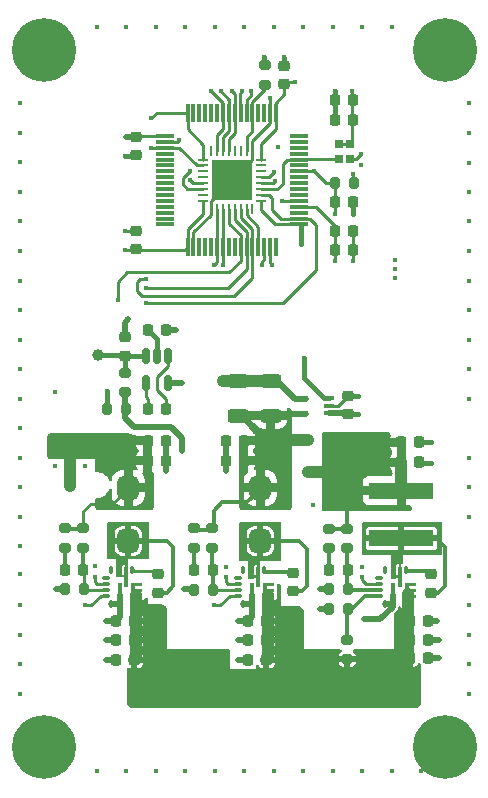
<source format=gbl>
%TF.GenerationSoftware,KiCad,Pcbnew,(6.0.6)*%
%TF.CreationDate,2022-07-08T14:59:32+02:00*%
%TF.ProjectId,XCOMMS_Interface,58434f4d-4d53-45f4-996e-746572666163,rev?*%
%TF.SameCoordinates,Original*%
%TF.FileFunction,Copper,L4,Bot*%
%TF.FilePolarity,Positive*%
%FSLAX46Y46*%
G04 Gerber Fmt 4.6, Leading zero omitted, Abs format (unit mm)*
G04 Created by KiCad (PCBNEW (6.0.6)) date 2022-07-08 14:59:32*
%MOMM*%
%LPD*%
G01*
G04 APERTURE LIST*
G04 Aperture macros list*
%AMRoundRect*
0 Rectangle with rounded corners*
0 $1 Rounding radius*
0 $2 $3 $4 $5 $6 $7 $8 $9 X,Y pos of 4 corners*
0 Add a 4 corners polygon primitive as box body*
4,1,4,$2,$3,$4,$5,$6,$7,$8,$9,$2,$3,0*
0 Add four circle primitives for the rounded corners*
1,1,$1+$1,$2,$3*
1,1,$1+$1,$4,$5*
1,1,$1+$1,$6,$7*
1,1,$1+$1,$8,$9*
0 Add four rect primitives between the rounded corners*
20,1,$1+$1,$2,$3,$4,$5,0*
20,1,$1+$1,$4,$5,$6,$7,0*
20,1,$1+$1,$6,$7,$8,$9,0*
20,1,$1+$1,$8,$9,$2,$3,0*%
%AMFreePoly0*
4,1,29,-0.794262,0.741180,-0.790542,0.732200,-0.790542,0.200000,-0.523001,0.200000,-0.523001,0.732200,-0.519281,0.741180,-0.510301,0.744900,-0.294401,0.744900,-0.285421,0.741180,-0.281701,0.732200,-0.281701,0.200000,-0.027701,0.200000,-0.027701,0.732200,-0.023981,0.741180,-0.015001,0.744900,0.213599,0.744900,0.222579,0.741180,0.226299,0.732200,0.226299,0.200000,1.050000,0.200000,
1.050000,-0.200000,-1.050000,-0.200000,-1.050000,0.200000,-1.018301,0.200000,-1.018301,0.732200,-1.014581,0.741180,-1.005601,0.744900,-0.803242,0.744900,-0.794262,0.741180,-0.794262,0.741180,$1*%
G04 Aperture macros list end*
%TA.AperFunction,ComponentPad*%
%ADD10C,5.400000*%
%TD*%
%TA.AperFunction,SMDPad,CuDef*%
%ADD11RoundRect,0.150000X-0.150000X0.512500X-0.150000X-0.512500X0.150000X-0.512500X0.150000X0.512500X0*%
%TD*%
%TA.AperFunction,SMDPad,CuDef*%
%ADD12RoundRect,0.225000X0.225000X0.250000X-0.225000X0.250000X-0.225000X-0.250000X0.225000X-0.250000X0*%
%TD*%
%TA.AperFunction,SMDPad,CuDef*%
%ADD13RoundRect,0.200000X0.200000X0.275000X-0.200000X0.275000X-0.200000X-0.275000X0.200000X-0.275000X0*%
%TD*%
%TA.AperFunction,SMDPad,CuDef*%
%ADD14C,1.000000*%
%TD*%
%TA.AperFunction,SMDPad,CuDef*%
%ADD15RoundRect,0.225000X-0.225000X-0.250000X0.225000X-0.250000X0.225000X0.250000X-0.225000X0.250000X0*%
%TD*%
%TA.AperFunction,SMDPad,CuDef*%
%ADD16RoundRect,0.200000X-0.275000X0.200000X-0.275000X-0.200000X0.275000X-0.200000X0.275000X0.200000X0*%
%TD*%
%TA.AperFunction,SMDPad,CuDef*%
%ADD17RoundRect,0.225000X-0.250000X0.225000X-0.250000X-0.225000X0.250000X-0.225000X0.250000X0.225000X0*%
%TD*%
%TA.AperFunction,SMDPad,CuDef*%
%ADD18RoundRect,0.225000X0.250000X-0.225000X0.250000X0.225000X-0.250000X0.225000X-0.250000X-0.225000X0*%
%TD*%
%TA.AperFunction,SMDPad,CuDef*%
%ADD19RoundRect,0.250000X0.625000X-0.312500X0.625000X0.312500X-0.625000X0.312500X-0.625000X-0.312500X0*%
%TD*%
%TA.AperFunction,SMDPad,CuDef*%
%ADD20RoundRect,0.450000X0.450000X-0.550000X0.450000X0.550000X-0.450000X0.550000X-0.450000X-0.550000X0*%
%TD*%
%TA.AperFunction,SMDPad,CuDef*%
%ADD21R,0.850900X0.304800*%
%TD*%
%TA.AperFunction,SMDPad,CuDef*%
%ADD22RoundRect,0.200000X0.275000X-0.200000X0.275000X0.200000X-0.275000X0.200000X-0.275000X-0.200000X0*%
%TD*%
%TA.AperFunction,SMDPad,CuDef*%
%ADD23RoundRect,0.015000X-0.285000X-0.110000X0.285000X-0.110000X0.285000X0.110000X-0.285000X0.110000X0*%
%TD*%
%TA.AperFunction,SMDPad,CuDef*%
%ADD24RoundRect,0.015000X-0.110000X0.285000X-0.110000X-0.285000X0.110000X-0.285000X0.110000X0.285000X0*%
%TD*%
%TA.AperFunction,SMDPad,CuDef*%
%ADD25RoundRect,0.015000X-0.110000X0.835000X-0.110000X-0.835000X0.110000X-0.835000X0.110000X0.835000X0*%
%TD*%
%TA.AperFunction,SMDPad,CuDef*%
%ADD26FreePoly0,270.000000*%
%TD*%
%TA.AperFunction,SMDPad,CuDef*%
%ADD27RoundRect,0.040000X-0.160000X1.010000X-0.160000X-1.010000X0.160000X-1.010000X0.160000X1.010000X0*%
%TD*%
%TA.AperFunction,SMDPad,CuDef*%
%ADD28RoundRect,0.200000X-0.200000X-0.275000X0.200000X-0.275000X0.200000X0.275000X-0.200000X0.275000X0*%
%TD*%
%TA.AperFunction,SMDPad,CuDef*%
%ADD29RoundRect,0.075000X0.700000X0.075000X-0.700000X0.075000X-0.700000X-0.075000X0.700000X-0.075000X0*%
%TD*%
%TA.AperFunction,SMDPad,CuDef*%
%ADD30RoundRect,0.075000X0.075000X0.700000X-0.075000X0.700000X-0.075000X-0.700000X0.075000X-0.700000X0*%
%TD*%
%TA.AperFunction,SMDPad,CuDef*%
%ADD31R,3.450000X3.450000*%
%TD*%
%TA.AperFunction,SMDPad,CuDef*%
%ADD32RoundRect,0.062500X0.062500X0.375000X-0.062500X0.375000X-0.062500X-0.375000X0.062500X-0.375000X0*%
%TD*%
%TA.AperFunction,SMDPad,CuDef*%
%ADD33RoundRect,0.062500X0.375000X0.062500X-0.375000X0.062500X-0.375000X-0.062500X0.375000X-0.062500X0*%
%TD*%
%TA.AperFunction,SMDPad,CuDef*%
%ADD34R,5.500000X1.430000*%
%TD*%
%TA.AperFunction,SMDPad,CuDef*%
%ADD35R,0.700000X0.800000*%
%TD*%
%TA.AperFunction,ViaPad*%
%ADD36C,0.450000*%
%TD*%
%TA.AperFunction,Conductor*%
%ADD37C,0.381000*%
%TD*%
%TA.AperFunction,Conductor*%
%ADD38C,0.254000*%
%TD*%
%TA.AperFunction,Conductor*%
%ADD39C,0.508000*%
%TD*%
%TA.AperFunction,Conductor*%
%ADD40C,0.250000*%
%TD*%
%TA.AperFunction,Conductor*%
%ADD41C,1.000000*%
%TD*%
%TA.AperFunction,Conductor*%
%ADD42C,1.016000*%
%TD*%
%TA.AperFunction,Conductor*%
%ADD43C,0.300000*%
%TD*%
%TA.AperFunction,Conductor*%
%ADD44C,0.500000*%
%TD*%
G04 APERTURE END LIST*
D10*
%TO.P,SCRW4,1,1*%
%TO.N,GND*%
X165000000Y-75000000D03*
%TD*%
%TO.P,SCRW2,1,1*%
%TO.N,GND*%
X165000000Y-134000000D03*
%TD*%
%TO.P,SCRW1,1,1*%
%TO.N,GND*%
X131000000Y-134000000D03*
%TD*%
%TO.P,SCRW3,1,1*%
%TO.N,GND*%
X131000000Y-75000000D03*
%TD*%
D11*
%TO.P,U6,1,OUT*%
%TO.N,/XCOMMS_PowerSupply/InvOut*%
X139639000Y-100912405D03*
%TO.P,U6,2,IN*%
%TO.N,/XCOMMS_PowerSupply/V_PAControl*%
X140589000Y-100912405D03*
%TO.P,U6,3,C1-*%
%TO.N,/XCOMMS_PowerSupply/Inv_C-*%
X141539000Y-100912405D03*
%TO.P,U6,4,GND*%
%TO.N,GND*%
X141539000Y-103187405D03*
%TO.P,U6,5,C1+*%
%TO.N,/XCOMMS_PowerSupply/Inv_C+*%
X139639000Y-103187405D03*
%TD*%
D12*
%TO.P,C9,1*%
%TO.N,+12V*%
X149873000Y-123317000D03*
%TO.P,C9,2*%
%TO.N,GND*%
X148323000Y-123317000D03*
%TD*%
D13*
%TO.P,R10,1*%
%TO.N,/XCOMMS_PowerSupply/Buck6V_FB*%
X145357898Y-120700000D03*
%TO.P,R10,2*%
%TO.N,GND*%
X143707898Y-120700000D03*
%TD*%
D14*
%TO.P,TP2,1,1*%
%TO.N,+5V*%
X133223000Y-111887000D03*
%TD*%
%TO.P,TP3,1,1*%
%TO.N,+3V3*%
X153416000Y-110744000D03*
%TD*%
D12*
%TO.P,C41,1*%
%TO.N,+3V3*%
X157239000Y-80899000D03*
%TO.P,C41,2*%
%TO.N,GND*%
X155689000Y-80899000D03*
%TD*%
D13*
%TO.P,R11,1*%
%TO.N,/XCOMMS_PowerSupply/Buck5V_FB*%
X134435898Y-120654535D03*
%TO.P,R11,2*%
%TO.N,GND*%
X132785898Y-120654535D03*
%TD*%
D12*
%TO.P,C12,1*%
%TO.N,+12V*%
X138697000Y-123317000D03*
%TO.P,C12,2*%
%TO.N,GND*%
X137147000Y-123317000D03*
%TD*%
D15*
%TO.P,C13,1*%
%TO.N,+12V*%
X162039000Y-126492000D03*
%TO.P,C13,2*%
%TO.N,GND*%
X163589000Y-126492000D03*
%TD*%
D16*
%TO.P,R7,1*%
%TO.N,+3V3*%
X156724898Y-115511535D03*
%TO.P,R7,2*%
%TO.N,/XCOMMS_PowerSupply/Buck3V3_FB*%
X156724898Y-117161535D03*
%TD*%
D15*
%TO.P,C5,1*%
%TO.N,/NRST*%
X155689000Y-87884000D03*
%TO.P,C5,2*%
%TO.N,GND*%
X157239000Y-87884000D03*
%TD*%
D12*
%TO.P,C26,1*%
%TO.N,/XCOMMS_PowerSupply/Buck5V_FB*%
X134375000Y-119000000D03*
%TO.P,C26,2*%
%TO.N,Net-(C26-Pad2)*%
X132825000Y-119000000D03*
%TD*%
%TO.P,C25,1*%
%TO.N,/XCOMMS_PowerSupply/Buck6V_FB*%
X145307898Y-119000000D03*
%TO.P,C25,2*%
%TO.N,Net-(C25-Pad2)*%
X143757898Y-119000000D03*
%TD*%
D15*
%TO.P,C15,1*%
%TO.N,+12V*%
X162039000Y-123317000D03*
%TO.P,C15,2*%
%TO.N,GND*%
X163589000Y-123317000D03*
%TD*%
D17*
%TO.P,C16,1*%
%TO.N,/XCOMMS_PowerSupply/Buck6V_Boot*%
X152152898Y-119240000D03*
%TO.P,C16,2*%
%TO.N,/XCOMMS_PowerSupply/Buck6V_SW*%
X152152898Y-120790000D03*
%TD*%
%TO.P,C29,1*%
%TO.N,GND*%
X137922000Y-99301000D03*
%TO.P,C29,2*%
%TO.N,/XCOMMS_PowerSupply/InvOut*%
X137922000Y-100851000D03*
%TD*%
D15*
%TO.P,C20,1*%
%TO.N,+5V*%
X139814000Y-108077000D03*
%TO.P,C20,2*%
%TO.N,GND*%
X141364000Y-108077000D03*
%TD*%
D18*
%TO.P,C3,1*%
%TO.N,+3V3*%
X138811000Y-91834000D03*
%TO.P,C3,2*%
%TO.N,GND*%
X138811000Y-90284000D03*
%TD*%
D15*
%TO.P,C2,1*%
%TO.N,+3V3*%
X155689000Y-90297000D03*
%TO.P,C2,2*%
%TO.N,GND*%
X157239000Y-90297000D03*
%TD*%
D12*
%TO.P,C6,1*%
%TO.N,+3V3*%
X157239000Y-79248000D03*
%TO.P,C6,2*%
%TO.N,GND*%
X155689000Y-79248000D03*
%TD*%
D17*
%TO.P,C17,1*%
%TO.N,/XCOMMS_PowerSupply/Buck5V_Boot*%
X140722898Y-119371535D03*
%TO.P,C17,2*%
%TO.N,/XCOMMS_PowerSupply/Buck5V_SW*%
X140722898Y-120921535D03*
%TD*%
D16*
%TO.P,R6,1*%
%TO.N,+5V*%
X132848898Y-115465402D03*
%TO.P,R6,2*%
%TO.N,Net-(C26-Pad2)*%
X132848898Y-117115402D03*
%TD*%
D19*
%TO.P,Rsense1,1*%
%TO.N,/XCOMMS_PowerSupply/6V*%
X150250000Y-105962500D03*
%TO.P,Rsense1,2*%
%TO.N,/Vd_PA*%
X150250000Y-103037500D03*
%TD*%
D20*
%TO.P,L1,2,2*%
%TO.N,/XCOMMS_PowerSupply/6V*%
X149358898Y-112054535D03*
%TO.P,L1,1,1*%
%TO.N,/XCOMMS_PowerSupply/Buck6V_SW*%
X149358898Y-116554535D03*
%TD*%
D21*
%TO.P,U7,1,OUT*%
%TO.N,/Id_PA*%
X155183945Y-104429847D03*
%TO.P,U7,2,VSS*%
%TO.N,GND*%
X155183945Y-105079845D03*
%TO.P,U7,3,VCC*%
%TO.N,+5V*%
X155183945Y-105729845D03*
%TO.P,U7,4,IN+*%
%TO.N,/XCOMMS_PowerSupply/6V*%
X152936045Y-105729845D03*
%TO.P,U7,5,IN-*%
%TO.N,/Vd_PA*%
X152936045Y-104429847D03*
%TD*%
D12*
%TO.P,C10,1*%
%TO.N,+12V*%
X138697000Y-126619000D03*
%TO.P,C10,2*%
%TO.N,GND*%
X137147000Y-126619000D03*
%TD*%
D16*
%TO.P,R8,1*%
%TO.N,+3V3*%
X155200898Y-115511535D03*
%TO.P,R8,2*%
%TO.N,Net-(C27-Pad2)*%
X155200898Y-117161535D03*
%TD*%
D13*
%TO.P,R22,1*%
%TO.N,+3V3*%
X157289000Y-86233000D03*
%TO.P,R22,2*%
%TO.N,/NRST*%
X155639000Y-86233000D03*
%TD*%
D15*
%TO.P,C23,1*%
%TO.N,+5V*%
X139814000Y-109755535D03*
%TO.P,C23,2*%
%TO.N,GND*%
X141364000Y-109755535D03*
%TD*%
D22*
%TO.P,R2,1*%
%TO.N,+12V*%
X156718000Y-126555000D03*
%TO.P,R2,2*%
%TO.N,/XCOMMS_PowerSupply/Buck3V3_En*%
X156718000Y-124905000D03*
%TD*%
D23*
%TO.P,U3,1,EN*%
%TO.N,/EN_5V*%
X136253401Y-121196835D03*
%TO.P,U3,2,FB*%
%TO.N,/XCOMMS_PowerSupply/Buck5V_FB*%
X136253401Y-120696835D03*
%TO.P,U3,3,AGND*%
%TO.N,GND*%
X136253401Y-120196835D03*
%TO.P,U3,4,PG*%
%TO.N,unconnected-(U3-Pad4)*%
X136253401Y-119696835D03*
D24*
%TO.P,U3,5,NC*%
%TO.N,unconnected-(U3-Pad5)*%
X136723401Y-119046835D03*
D25*
%TO.P,U3,6,SW*%
%TO.N,/XCOMMS_PowerSupply/Buck5V_SW*%
X138023401Y-119596835D03*
D24*
%TO.P,U3,7,BOOT*%
%TO.N,/XCOMMS_PowerSupply/Buck5V_Boot*%
X138523401Y-119046835D03*
D26*
%TO.P,U3,8,VIN*%
%TO.N,+12V*%
X138603401Y-121096836D03*
D27*
%TO.P,U3,9,PGND*%
%TO.N,GND*%
X137443401Y-121096835D03*
D24*
%TO.P,U3,10,MODE*%
X136723401Y-121846835D03*
%TD*%
D28*
%TO.P,R14,1*%
%TO.N,GND*%
X136335000Y-105410000D03*
%TO.P,R14,2*%
%TO.N,/Vg_PA*%
X137985000Y-105410000D03*
%TD*%
D16*
%TO.P,R5,1*%
%TO.N,+5V*%
X134372898Y-115465402D03*
%TO.P,R5,2*%
%TO.N,/XCOMMS_PowerSupply/Buck5V_FB*%
X134372898Y-117115402D03*
%TD*%
D12*
%TO.P,C22,2*%
%TO.N,GND*%
X146418000Y-108071465D03*
%TO.P,C22,1*%
%TO.N,/XCOMMS_PowerSupply/6V*%
X147968000Y-108071465D03*
%TD*%
D13*
%TO.P,R12,1*%
%TO.N,/XCOMMS_PowerSupply/Buck3V3_FB*%
X156787898Y-120654535D03*
%TO.P,R12,2*%
%TO.N,GND*%
X155137898Y-120654535D03*
%TD*%
D15*
%TO.P,C24,1*%
%TO.N,+3V3*%
X161277000Y-109904000D03*
%TO.P,C24,2*%
%TO.N,GND*%
X162827000Y-109904000D03*
%TD*%
D19*
%TO.P,Rsense2,1*%
%TO.N,/XCOMMS_PowerSupply/6V*%
X147456000Y-105962500D03*
%TO.P,Rsense2,2*%
%TO.N,/Vd_PA*%
X147456000Y-103037500D03*
%TD*%
D29*
%TO.P,U11,1,VLCD*%
%TO.N,unconnected-(U11-Pad1)*%
X152614749Y-82251495D03*
%TO.P,U11,2,PC13*%
%TO.N,unconnected-(U11-Pad2)*%
X152614749Y-82751495D03*
%TO.P,U11,3,PC14*%
%TO.N,unconnected-(U11-Pad3)*%
X152614749Y-83251495D03*
%TO.P,U11,4,PC15*%
%TO.N,unconnected-(U11-Pad4)*%
X152614749Y-83751495D03*
%TO.P,U11,5,PH0*%
%TO.N,/RCC_IN*%
X152614749Y-84251495D03*
%TO.P,U11,6,PH1*%
%TO.N,unconnected-(U11-Pad6)*%
X152614749Y-84751495D03*
%TO.P,U11,7,NRST*%
%TO.N,/NRST*%
X152614749Y-85251495D03*
%TO.P,U11,8,PC0*%
%TO.N,unconnected-(U11-Pad8)*%
X152614749Y-85751495D03*
%TO.P,U11,9,PC1*%
%TO.N,unconnected-(U11-Pad9)*%
X152614749Y-86251495D03*
%TO.P,U11,10,PC2*%
%TO.N,unconnected-(U11-Pad10)*%
X152614749Y-86751495D03*
%TO.P,U11,11,PC3*%
%TO.N,unconnected-(U11-Pad11)*%
X152614749Y-87251495D03*
%TO.P,U11,12,VSSA*%
%TO.N,GND*%
X152614749Y-87751495D03*
%TO.P,U11,13,VDDA*%
%TO.N,+3V3*%
X152614749Y-88251495D03*
%TO.P,U11,14,PA0*%
%TO.N,unconnected-(U11-Pad14)*%
X152614749Y-88751495D03*
%TO.P,U11,15,PA1*%
%TO.N,/Pout_PA*%
X152614749Y-89251495D03*
%TO.P,U11,16,PA2*%
%TO.N,/Id_PA*%
X152614749Y-89751495D03*
D30*
%TO.P,U11,17,PA3*%
%TO.N,unconnected-(U11-Pad17)*%
X150689749Y-91676495D03*
%TO.P,U11,18,VSS*%
%TO.N,GND*%
X150189749Y-91676495D03*
%TO.P,U11,19,VDD*%
%TO.N,+3V3*%
X149689749Y-91676495D03*
%TO.P,U11,20,PA4*%
%TO.N,/V_PAControl*%
X149189749Y-91676495D03*
%TO.P,U11,21,PA5*%
%TO.N,/SCK*%
X148689749Y-91676495D03*
%TO.P,U11,22,PA6*%
%TO.N,/SDO*%
X148189749Y-91676495D03*
%TO.P,U11,23,PA7*%
%TO.N,/SDI*%
X147689749Y-91676495D03*
%TO.P,U11,24,PC4*%
%TO.N,unconnected-(U11-Pad24)*%
X147189749Y-91676495D03*
%TO.P,U11,25,PC5*%
%TO.N,unconnected-(U11-Pad25)*%
X146689749Y-91676495D03*
%TO.P,U11,26,PB0*%
%TO.N,/EN_6V*%
X146189749Y-91676495D03*
%TO.P,U11,27,PB1*%
%TO.N,/EN_5V*%
X145689749Y-91676495D03*
%TO.P,U11,28,PB2*%
%TO.N,unconnected-(U11-Pad28)*%
X145189749Y-91676495D03*
%TO.P,U11,29,PB10*%
%TO.N,unconnected-(U11-Pad29)*%
X144689749Y-91676495D03*
%TO.P,U11,30,PB11*%
%TO.N,unconnected-(U11-Pad30)*%
X144189749Y-91676495D03*
%TO.P,U11,31,VSS*%
%TO.N,GND*%
X143689749Y-91676495D03*
%TO.P,U11,32,VDD*%
%TO.N,+3V3*%
X143189749Y-91676495D03*
D29*
%TO.P,U11,33,PB12*%
%TO.N,unconnected-(U11-Pad33)*%
X141264749Y-89751495D03*
%TO.P,U11,34,PB13*%
%TO.N,unconnected-(U11-Pad34)*%
X141264749Y-89251495D03*
%TO.P,U11,35,PB14*%
%TO.N,unconnected-(U11-Pad35)*%
X141264749Y-88751495D03*
%TO.P,U11,36,PB15*%
%TO.N,unconnected-(U11-Pad36)*%
X141264749Y-88251495D03*
%TO.P,U11,37,PC6*%
%TO.N,unconnected-(U11-Pad37)*%
X141264749Y-87751495D03*
%TO.P,U11,38,PC7*%
%TO.N,unconnected-(U11-Pad38)*%
X141264749Y-87251495D03*
%TO.P,U11,39,PC8*%
%TO.N,unconnected-(U11-Pad39)*%
X141264749Y-86751495D03*
%TO.P,U11,40,PC9*%
%TO.N,unconnected-(U11-Pad40)*%
X141264749Y-86251495D03*
%TO.P,U11,41,PA8*%
%TO.N,unconnected-(U11-Pad41)*%
X141264749Y-85751495D03*
%TO.P,U11,42,PA9*%
%TO.N,unconnected-(U11-Pad42)*%
X141264749Y-85251495D03*
%TO.P,U11,43,PA10*%
%TO.N,unconnected-(U11-Pad43)*%
X141264749Y-84751495D03*
%TO.P,U11,44,PA11*%
%TO.N,unconnected-(U11-Pad44)*%
X141264749Y-84251495D03*
%TO.P,U11,45,PA12*%
%TO.N,unconnected-(U11-Pad45)*%
X141264749Y-83751495D03*
%TO.P,U11,46,PA13*%
%TO.N,/TMS{slash}SWDIO*%
X141264749Y-83251495D03*
%TO.P,U11,47,VSS*%
%TO.N,GND*%
X141264749Y-82751495D03*
%TO.P,U11,48,VDD_USB*%
%TO.N,+3V3*%
X141264749Y-82251495D03*
D30*
%TO.P,U11,49,PA14*%
%TO.N,/SCK{slash}SWCLK*%
X143189749Y-80326495D03*
%TO.P,U11,50,PA15*%
%TO.N,unconnected-(U11-Pad50)*%
X143689749Y-80326495D03*
%TO.P,U11,51,PC10*%
%TO.N,unconnected-(U11-Pad51)*%
X144189749Y-80326495D03*
%TO.P,U11,52,PC11*%
%TO.N,unconnected-(U11-Pad52)*%
X144689749Y-80326495D03*
%TO.P,U11,53,PC12*%
%TO.N,unconnected-(U11-Pad53)*%
X145189749Y-80326495D03*
%TO.P,U11,54,PD2*%
%TO.N,unconnected-(U11-Pad54)*%
X145689749Y-80326495D03*
%TO.P,U11,55,PB3*%
%TO.N,/T_CSB*%
X146189749Y-80326495D03*
%TO.P,U11,56,PB4*%
%TO.N,/PLL_CE*%
X146689749Y-80326495D03*
%TO.P,U11,57,PB5*%
%TO.N,/PLL_CSB*%
X147189749Y-80326495D03*
%TO.P,U11,58,PB6*%
%TO.N,/I2C1_SCL*%
X147689749Y-80326495D03*
%TO.P,U11,59,PB7*%
%TO.N,/I2C1_SDA*%
X148189749Y-80326495D03*
%TO.P,U11,60,BOOT0*%
%TO.N,/BOOT0*%
X148689749Y-80326495D03*
%TO.P,U11,61,PB8*%
%TO.N,unconnected-(U11-Pad61)*%
X149189749Y-80326495D03*
%TO.P,U11,62,PB9*%
%TO.N,unconnected-(U11-Pad62)*%
X149689749Y-80326495D03*
%TO.P,U11,63,VSS*%
%TO.N,GND*%
X150189749Y-80326495D03*
%TO.P,U11,64,VDD*%
%TO.N,+3V3*%
X150689749Y-80326495D03*
%TD*%
D20*
%TO.P,L2,1,1*%
%TO.N,/XCOMMS_PowerSupply/Buck5V_SW*%
X138182898Y-116554535D03*
%TO.P,L2,2,2*%
%TO.N,+5V*%
X138182898Y-112054535D03*
%TD*%
D16*
%TO.P,R3,2*%
%TO.N,/XCOMMS_PowerSupply/Buck6V_FB*%
X145294898Y-117125000D03*
%TO.P,R3,1*%
%TO.N,/XCOMMS_PowerSupply/6V*%
X145294898Y-115475000D03*
%TD*%
D17*
%TO.P,C18,1*%
%TO.N,/XCOMMS_PowerSupply/Buck3V3_Boot*%
X163836898Y-119371535D03*
%TO.P,C18,2*%
%TO.N,/XCOMMS_PowerSupply/Buck3V3_SW*%
X163836898Y-120921535D03*
%TD*%
D22*
%TO.P,R1,1*%
%TO.N,/BOOT0*%
X149733000Y-77914000D03*
%TO.P,R1,2*%
%TO.N,GND*%
X149733000Y-76264000D03*
%TD*%
D15*
%TO.P,C1,1*%
%TO.N,+3V3*%
X155689000Y-91948000D03*
%TO.P,C1,2*%
%TO.N,GND*%
X157239000Y-91948000D03*
%TD*%
D12*
%TO.P,C33,1*%
%TO.N,GND*%
X141364000Y-98700000D03*
%TO.P,C33,2*%
%TO.N,/XCOMMS_PowerSupply/V_PAControl*%
X139814000Y-98700000D03*
%TD*%
%TO.P,C7,1*%
%TO.N,+12V*%
X149873000Y-126619000D03*
%TO.P,C7,2*%
%TO.N,GND*%
X148323000Y-126619000D03*
%TD*%
D14*
%TO.P,TP1,1,1*%
%TO.N,/XCOMMS_PowerSupply/6V*%
X153416000Y-108000000D03*
%TD*%
D17*
%TO.P,C42,1*%
%TO.N,+3V3*%
X138856756Y-82305500D03*
%TO.P,C42,2*%
%TO.N,GND*%
X138856756Y-83855500D03*
%TD*%
D12*
%TO.P,C8,1*%
%TO.N,+12V*%
X149873000Y-124968000D03*
%TO.P,C8,2*%
%TO.N,GND*%
X148323000Y-124968000D03*
%TD*%
D23*
%TO.P,U2,1,EN*%
%TO.N,/EN_6V*%
X147429398Y-121196835D03*
%TO.P,U2,2,FB*%
%TO.N,/XCOMMS_PowerSupply/Buck6V_FB*%
X147429398Y-120696835D03*
%TO.P,U2,3,AGND*%
%TO.N,GND*%
X147429398Y-120196835D03*
%TO.P,U2,4,PG*%
%TO.N,unconnected-(U2-Pad4)*%
X147429398Y-119696835D03*
D24*
%TO.P,U2,5,NC*%
%TO.N,unconnected-(U2-Pad5)*%
X147899398Y-119046835D03*
D25*
%TO.P,U2,6,SW*%
%TO.N,/XCOMMS_PowerSupply/Buck6V_SW*%
X149199398Y-119596835D03*
D24*
%TO.P,U2,7,BOOT*%
%TO.N,/XCOMMS_PowerSupply/Buck6V_Boot*%
X149699398Y-119046835D03*
D26*
%TO.P,U2,8,VIN*%
%TO.N,+12V*%
X149779398Y-121096836D03*
D27*
%TO.P,U2,9,PGND*%
%TO.N,GND*%
X148619398Y-121096835D03*
D24*
%TO.P,U2,10,MODE*%
X147899398Y-121846835D03*
%TD*%
D12*
%TO.P,C27,1*%
%TO.N,/XCOMMS_PowerSupply/Buck3V3_FB*%
X156737898Y-119000000D03*
%TO.P,C27,2*%
%TO.N,Net-(C27-Pad2)*%
X155187898Y-119000000D03*
%TD*%
D14*
%TO.P,TP4,1,1*%
%TO.N,/XCOMMS_PowerSupply/InvOut*%
X135636000Y-100838000D03*
%TD*%
D15*
%TO.P,C14,1*%
%TO.N,+12V*%
X162039000Y-124968000D03*
%TO.P,C14,2*%
%TO.N,GND*%
X163589000Y-124968000D03*
%TD*%
D13*
%TO.P,R9,1*%
%TO.N,/XCOMMS_PowerSupply/Buck3V3_En*%
X156781000Y-122301000D03*
%TO.P,R9,2*%
%TO.N,GND*%
X155131000Y-122301000D03*
%TD*%
D17*
%TO.P,C28,1*%
%TO.N,GND*%
X156750000Y-104233000D03*
%TO.P,C28,2*%
%TO.N,+5V*%
X156750000Y-105783000D03*
%TD*%
D12*
%TO.P,C19,2*%
%TO.N,GND*%
X146418000Y-109750000D03*
%TO.P,C19,1*%
%TO.N,/XCOMMS_PowerSupply/6V*%
X147968000Y-109750000D03*
%TD*%
D31*
%TO.P,U1,33,VSS*%
%TO.N,GND*%
X146939749Y-86001500D03*
D32*
%TO.P,U1,32,VSS*%
X148689749Y-83564000D03*
%TO.P,U1,31,PH3*%
%TO.N,/BOOT0*%
X148189749Y-83564000D03*
%TO.P,U1,30,PB7*%
%TO.N,unconnected-(U1-Pad30)*%
X147689749Y-83564000D03*
%TO.P,U1,29,PB6*%
%TO.N,unconnected-(U1-Pad29)*%
X147189749Y-83564000D03*
%TO.P,U1,28,PB5*%
%TO.N,/PLL_CSB*%
X146689749Y-83564000D03*
%TO.P,U1,27,PB4*%
%TO.N,/PLL_CE*%
X146189749Y-83564000D03*
%TO.P,U1,26,PB3*%
%TO.N,/T_CSB*%
X145689749Y-83564000D03*
%TO.P,U1,25,PA15*%
%TO.N,unconnected-(U1-Pad25)*%
X145189749Y-83564000D03*
D33*
%TO.P,U1,24,PA14*%
%TO.N,/SCK{slash}SWCLK*%
X144502249Y-84251500D03*
%TO.P,U1,23,PA13*%
%TO.N,/TMS{slash}SWDIO*%
X144502249Y-84751500D03*
%TO.P,U1,22,PA12*%
%TO.N,unconnected-(U1-Pad22)*%
X144502249Y-85251500D03*
%TO.P,U1,21,PA11*%
%TO.N,unconnected-(U1-Pad21)*%
X144502249Y-85751500D03*
%TO.P,U1,20,PA10*%
%TO.N,/I2C1_SDA*%
X144502249Y-86251500D03*
%TO.P,U1,19,PA9*%
%TO.N,/I2C1_SCL*%
X144502249Y-86751500D03*
%TO.P,U1,18,PA8*%
%TO.N,unconnected-(U1-Pad18)*%
X144502249Y-87251500D03*
%TO.P,U1,17,VDD*%
%TO.N,+3V3*%
X144502249Y-87751500D03*
D32*
%TO.P,U1,16,VSS*%
%TO.N,GND*%
X145189749Y-88439000D03*
%TO.P,U1,15,PB1*%
%TO.N,/EN_5V*%
X145689749Y-88439000D03*
%TO.P,U1,14,PB0*%
%TO.N,/EN_6V*%
X146189749Y-88439000D03*
%TO.P,U1,13,PA7*%
%TO.N,/SDI*%
X146689749Y-88439000D03*
%TO.P,U1,12,PA6*%
%TO.N,/SDO*%
X147189749Y-88439000D03*
%TO.P,U1,11,PA5*%
%TO.N,/SCK*%
X147689749Y-88439000D03*
%TO.P,U1,10,PA4*%
%TO.N,/V_PAControl*%
X148189749Y-88439000D03*
%TO.P,U1,9,PA3*%
%TO.N,unconnected-(U1-Pad9)*%
X148689749Y-88439000D03*
D33*
%TO.P,U1,8,PA2*%
%TO.N,/Id_PA*%
X149377249Y-87751500D03*
%TO.P,U1,7,PA1*%
%TO.N,/Pout_PA*%
X149377249Y-87251500D03*
%TO.P,U1,6,PA0*%
%TO.N,/RCC_IN*%
X149377249Y-86751500D03*
%TO.P,U1,5,VDDA*%
%TO.N,+3V3*%
X149377249Y-86251500D03*
%TO.P,U1,4,NRST*%
%TO.N,/NRST*%
X149377249Y-85751500D03*
%TO.P,U1,3,PC15*%
%TO.N,unconnected-(U1-Pad3)*%
X149377249Y-85251500D03*
%TO.P,U1,2,PC14*%
%TO.N,unconnected-(U1-Pad2)*%
X149377249Y-84751500D03*
%TO.P,U1,1,VDD*%
%TO.N,+3V3*%
X149377249Y-84251500D03*
%TD*%
D16*
%TO.P,R4,2*%
%TO.N,Net-(C25-Pad2)*%
X143770898Y-117125000D03*
%TO.P,R4,1*%
%TO.N,/XCOMMS_PowerSupply/6V*%
X143770898Y-115475000D03*
%TD*%
D18*
%TO.P,C4,1*%
%TO.N,+3V3*%
X151384000Y-77851000D03*
%TO.P,C4,2*%
%TO.N,GND*%
X151384000Y-76301000D03*
%TD*%
D34*
%TO.P,L3,1,1*%
%TO.N,/XCOMMS_PowerSupply/Buck3V3_SW*%
X161296885Y-116324536D03*
%TO.P,L3,2,2*%
%TO.N,+3V3*%
X161296885Y-112284536D03*
%TD*%
D12*
%TO.P,C11,1*%
%TO.N,+12V*%
X138697000Y-124968000D03*
%TO.P,C11,2*%
%TO.N,GND*%
X137147000Y-124968000D03*
%TD*%
D15*
%TO.P,C21,1*%
%TO.N,+3V3*%
X161277000Y-108204000D03*
%TO.P,C21,2*%
%TO.N,GND*%
X162827000Y-108204000D03*
%TD*%
D16*
%TO.P,R13,1*%
%TO.N,/XCOMMS_PowerSupply/InvOut*%
X137922000Y-102299000D03*
%TO.P,R13,2*%
%TO.N,/Vg_PA*%
X137922000Y-103949000D03*
%TD*%
D35*
%TO.P,Y1,1,TriState*%
%TO.N,+3V3*%
X156977002Y-82948200D03*
%TO.P,Y1,2,GND*%
%TO.N,GND*%
X156977002Y-84248200D03*
%TO.P,Y1,3,Out*%
%TO.N,/RCC_IN*%
X155977001Y-84248200D03*
%TO.P,Y1,4,Vdd*%
%TO.N,+3V3*%
X155977001Y-82948200D03*
%TD*%
D23*
%TO.P,U4,1,EN*%
%TO.N,/XCOMMS_PowerSupply/Buck3V3_En*%
X159411102Y-121196835D03*
%TO.P,U4,2,FB*%
%TO.N,/XCOMMS_PowerSupply/Buck3V3_FB*%
X159411102Y-120696835D03*
%TO.P,U4,3,AGND*%
%TO.N,GND*%
X159411102Y-120196835D03*
%TO.P,U4,4,PG*%
%TO.N,unconnected-(U4-Pad4)*%
X159411102Y-119696835D03*
D24*
%TO.P,U4,5,NC*%
%TO.N,unconnected-(U4-Pad5)*%
X159881102Y-119046835D03*
D25*
%TO.P,U4,6,SW*%
%TO.N,/XCOMMS_PowerSupply/Buck3V3_SW*%
X161181102Y-119596835D03*
D24*
%TO.P,U4,7,BOOT*%
%TO.N,/XCOMMS_PowerSupply/Buck3V3_Boot*%
X161681102Y-119046835D03*
D26*
%TO.P,U4,8,VIN*%
%TO.N,+12V*%
X161761102Y-121096836D03*
D27*
%TO.P,U4,9,PGND*%
%TO.N,GND*%
X160601102Y-121096835D03*
D24*
%TO.P,U4,10,MODE*%
X159881102Y-121846835D03*
%TD*%
D12*
%TO.P,C34,1*%
%TO.N,/XCOMMS_PowerSupply/Inv_C-*%
X141364000Y-105400000D03*
%TO.P,C34,2*%
%TO.N,/XCOMMS_PowerSupply/Inv_C+*%
X139814000Y-105400000D03*
%TD*%
D36*
%TO.N,GND*%
X129000002Y-104500133D03*
X135388898Y-118700135D03*
X164338000Y-123317000D03*
X137922000Y-83947000D03*
X129000002Y-87000135D03*
X167000002Y-104500133D03*
X167000002Y-119500135D03*
X158115000Y-123190000D03*
X129000002Y-117000135D03*
X167000002Y-87000135D03*
X167000002Y-97000135D03*
X148000002Y-136000135D03*
X138000002Y-73000135D03*
X142494222Y-82600000D03*
X158000002Y-73000135D03*
X167000002Y-102000133D03*
X136271000Y-126619000D03*
X140500002Y-73000135D03*
X157226000Y-92837000D03*
X167000002Y-127000135D03*
X141351000Y-110617000D03*
X129000002Y-84500135D03*
X138000002Y-136000135D03*
X155500002Y-136000135D03*
X158000002Y-136000135D03*
X151400000Y-75600000D03*
X140500002Y-136000135D03*
X157988000Y-119634000D03*
X155500002Y-73000135D03*
X164465000Y-126492000D03*
X143000002Y-73000135D03*
X167000002Y-109500133D03*
X167000002Y-114500133D03*
X167000002Y-122000135D03*
X136398000Y-103886000D03*
X129000002Y-114500133D03*
X135500000Y-73000135D03*
X167000002Y-89500135D03*
X129000002Y-122000135D03*
X129000002Y-102000133D03*
X167000002Y-92000135D03*
X167005000Y-82042000D03*
X129000002Y-109500133D03*
X147447000Y-124968000D03*
X142875000Y-120650000D03*
X157861000Y-83820000D03*
X167000002Y-124500135D03*
X129000002Y-107000133D03*
X154432000Y-122301000D03*
X129000002Y-94500135D03*
X129000002Y-127000135D03*
X160500002Y-136000135D03*
X147447000Y-126619000D03*
X135388898Y-119638535D03*
X167000002Y-129500135D03*
X146431000Y-119634000D03*
X149700000Y-75600000D03*
X157988000Y-118745000D03*
X150194079Y-79028030D03*
X167000002Y-112000133D03*
X151200000Y-87757000D03*
X148000002Y-73000135D03*
X142748000Y-103192905D03*
X157607000Y-104267000D03*
X129000002Y-97000135D03*
X129000002Y-99500133D03*
X153000002Y-136000135D03*
X145500002Y-136000135D03*
X136271000Y-123317000D03*
X155702000Y-78486000D03*
X163830000Y-109982000D03*
X132080000Y-120650000D03*
X129000002Y-129500135D03*
X167005000Y-84582000D03*
X164465000Y-124968000D03*
X157180244Y-88877500D03*
X147447000Y-123317000D03*
X143000002Y-136000135D03*
X167000002Y-99500133D03*
X129000002Y-89500135D03*
X142240000Y-98700000D03*
X129000002Y-124500135D03*
X136271000Y-124968000D03*
X145500002Y-73000135D03*
X163000002Y-136000135D03*
X153000002Y-73000135D03*
X129000002Y-119384535D03*
X163830000Y-108204000D03*
X146431000Y-118734002D03*
X150500002Y-136000135D03*
X154432000Y-120650000D03*
X135500000Y-136000135D03*
X138176000Y-97790000D03*
X146431000Y-110617000D03*
X129000002Y-92000135D03*
X160500002Y-73000135D03*
X129000002Y-79500135D03*
X129000002Y-82000135D03*
X129000002Y-112000133D03*
X167000002Y-94500135D03*
X137922000Y-90297000D03*
X150500002Y-73000135D03*
X167000002Y-79500135D03*
X150368000Y-93218000D03*
%TO.N,+12V*%
X138684000Y-128270000D03*
X138684000Y-130048000D03*
X160782000Y-93563500D03*
X160782000Y-94297500D03*
X162306000Y-128270000D03*
X149860000Y-128270000D03*
X160782000Y-92763500D03*
X162306000Y-130048000D03*
X149860000Y-130048000D03*
%TO.N,+3V3*%
X156718000Y-112903000D03*
X157861000Y-84709000D03*
X152273000Y-77724000D03*
X150600000Y-86106000D03*
X150876000Y-83185000D03*
X137967756Y-82318500D03*
X137922000Y-91948000D03*
X155956000Y-112897223D03*
X157226000Y-85471000D03*
X157099000Y-78486000D03*
X155194000Y-112903000D03*
X132000000Y-103900000D03*
X155702000Y-92837000D03*
X149479000Y-93218000D03*
X153797000Y-113538000D03*
%TO.N,+5V*%
X131953000Y-108966000D03*
X134493000Y-108966000D03*
X157607000Y-105791000D03*
%TO.N,/Vg_PA*%
X142748000Y-108966000D03*
%TO.N,/SDI*%
X137287000Y-96139000D03*
%TO.N,/SDO*%
X139700000Y-95103300D03*
%TO.N,/SCK*%
X139700000Y-94361000D03*
%TO.N,/PLL_CSB*%
X146939000Y-78486000D03*
%TO.N,/T_CSB*%
X145200000Y-78486000D03*
%TO.N,/Pout_PA*%
X139700000Y-96400000D03*
%TO.N,/Vd_PA*%
X148821104Y-102963600D03*
X134493000Y-110236000D03*
X146000000Y-103000000D03*
X131953000Y-110236000D03*
%TO.N,/Id_PA*%
X153035000Y-101092000D03*
X152781000Y-91440000D03*
%TO.N,/NRST*%
X150495000Y-85344000D03*
X155651200Y-88900000D03*
X153924000Y-85217000D03*
%TO.N,/SCK{slash}SWCLK*%
X140126756Y-80772000D03*
%TO.N,/TMS{slash}SWDIO*%
X140126756Y-83258300D03*
%TO.N,/I2C1_SDA*%
X148590000Y-78486000D03*
X143434961Y-86000000D03*
%TO.N,/I2C1_SCL*%
X143428756Y-85200000D03*
X147828000Y-78486000D03*
%TO.N,/PLL_CE*%
X146000000Y-78486000D03*
%TO.N,/EN_6V*%
X145400000Y-122000000D03*
X146217449Y-93218000D03*
%TO.N,/EN_5V*%
X145415000Y-93218000D03*
X134500000Y-122000000D03*
%TD*%
D37*
%TO.N,GND*%
X151384000Y-75616000D02*
X151384000Y-76301000D01*
D38*
X151400000Y-75600000D02*
X151384000Y-75616000D01*
X149700000Y-76295000D02*
X149733000Y-76328000D01*
D37*
X149700000Y-75600000D02*
X149700000Y-76295000D01*
D38*
%TO.N,/XCOMMS_PowerSupply/Inv_C-*%
X140589000Y-103753059D02*
X141364000Y-104528059D01*
X140589000Y-102684905D02*
X140589000Y-103753059D01*
X141364000Y-104528059D02*
X141364000Y-105400000D01*
X141539000Y-101734905D02*
X140589000Y-102684905D01*
X141539000Y-100912405D02*
X141539000Y-101734905D01*
D37*
%TO.N,/XCOMMS_PowerSupply/V_PAControl*%
X140589000Y-99500000D02*
X140589000Y-100912405D01*
X139814000Y-98700000D02*
X140589000Y-99475000D01*
D39*
%TO.N,/XCOMMS_PowerSupply/6V*%
X147762500Y-105962500D02*
X149400000Y-107600000D01*
X147456000Y-105962500D02*
X147762500Y-105962500D01*
%TO.N,GND*%
X132080000Y-120650000D02*
X132781363Y-120650000D01*
X138176000Y-97790000D02*
X137887096Y-98078904D01*
D38*
X138798000Y-90297000D02*
X138811000Y-90284000D01*
X157432800Y-84248200D02*
X157861000Y-83820000D01*
D39*
X164338000Y-123317000D02*
X163589000Y-123317000D01*
X160474165Y-121846835D02*
X160601102Y-121719898D01*
X160601102Y-122100898D02*
X160601102Y-121719898D01*
D37*
X137922000Y-83947000D02*
X138765256Y-83947000D01*
D39*
X142748000Y-103192905D02*
X141544500Y-103192905D01*
D40*
X148689749Y-83564000D02*
X148689749Y-84251500D01*
D39*
X154432000Y-120650000D02*
X155133363Y-120650000D01*
D37*
X136398000Y-105347000D02*
X136335000Y-105410000D01*
D38*
X157226000Y-92837000D02*
X157239000Y-92824000D01*
D39*
X148536165Y-121846835D02*
X148619398Y-121763602D01*
X142875000Y-120650000D02*
X143657898Y-120650000D01*
D37*
X155689000Y-78499000D02*
X155689000Y-79248000D01*
D39*
X148619398Y-121763602D02*
X148619398Y-123020602D01*
X146431000Y-108084465D02*
X146418000Y-108071465D01*
X137443401Y-121096835D02*
X137443401Y-121763599D01*
D40*
X145189756Y-88439000D02*
X145189756Y-88918500D01*
D39*
X164465000Y-124968000D02*
X163589000Y-124968000D01*
X143657898Y-120650000D02*
X143707898Y-120700000D01*
D38*
X157988000Y-119634000D02*
X157988000Y-119888000D01*
X147429398Y-120196835D02*
X146612835Y-120196835D01*
D39*
X137147000Y-124968000D02*
X136271000Y-124968000D01*
D38*
X135382000Y-119645433D02*
X135388898Y-119638535D01*
X146612835Y-120196835D02*
X146431000Y-120015000D01*
X150194079Y-80322165D02*
X150189749Y-80326495D01*
D39*
X148323000Y-123317000D02*
X147447000Y-123317000D01*
X141351000Y-108090000D02*
X141364000Y-108077000D01*
D37*
X163830000Y-108204000D02*
X162827000Y-108204000D01*
D38*
X146431000Y-120015000D02*
X146431000Y-119634000D01*
X155903143Y-105079857D02*
X156750000Y-104233000D01*
D39*
X141351000Y-110617000D02*
X141351000Y-108090000D01*
D37*
X136398000Y-103886000D02*
X136398000Y-105347000D01*
D39*
X147899398Y-121846835D02*
X148536165Y-121846835D01*
D40*
X145189756Y-88918500D02*
X143689756Y-90418500D01*
D38*
X135382000Y-120015000D02*
X135382000Y-119645433D01*
D39*
X141544500Y-103192905D02*
X141539000Y-103187405D01*
X132781363Y-120650000D02*
X132785898Y-120654535D01*
D38*
X135563835Y-120196835D02*
X135382000Y-120015000D01*
D39*
X137887096Y-98078904D02*
X137887096Y-99356905D01*
X148619398Y-121096835D02*
X148619398Y-121763602D01*
X137443401Y-123020599D02*
X137147000Y-123317000D01*
D37*
X163830000Y-109982000D02*
X162905000Y-109982000D01*
X155689000Y-79248000D02*
X155689000Y-80899000D01*
X157180244Y-88877500D02*
X157180244Y-87942756D01*
D38*
X150194079Y-79028030D02*
X150194079Y-80322165D01*
X157239000Y-92824000D02*
X157239000Y-90297000D01*
X150368000Y-93218000D02*
X150189749Y-93039749D01*
D39*
X159881102Y-121846835D02*
X160474165Y-121846835D01*
D38*
X152609244Y-87757000D02*
X152614749Y-87751495D01*
X157988000Y-119888000D02*
X158296835Y-120196835D01*
D39*
X137443401Y-121763599D02*
X137443401Y-123020599D01*
X146431000Y-110617000D02*
X146431000Y-108084465D01*
D38*
X150189749Y-93039749D02*
X150189749Y-91676495D01*
D39*
X155133363Y-120650000D02*
X155137898Y-120654535D01*
D37*
X138765256Y-83947000D02*
X138856756Y-83855500D01*
D38*
X151200000Y-87757000D02*
X152609244Y-87757000D01*
D40*
X145189749Y-88439000D02*
X145189749Y-87751500D01*
D38*
X136253401Y-120196835D02*
X135563835Y-120196835D01*
D37*
X162905000Y-109982000D02*
X162827000Y-109904000D01*
D39*
X148619398Y-123020602D02*
X148323000Y-123317000D01*
D38*
X155183951Y-105079857D02*
X155903143Y-105079857D01*
D39*
X147447000Y-126619000D02*
X148323000Y-126619000D01*
X158115000Y-123190000D02*
X159512000Y-123190000D01*
X164465000Y-126492000D02*
X163589000Y-126492000D01*
X136723401Y-121846835D02*
X137360165Y-121846835D01*
X137147000Y-126619000D02*
X136271000Y-126619000D01*
X137147000Y-123317000D02*
X136271000Y-123317000D01*
D37*
X157180244Y-87942756D02*
X157239000Y-87884000D01*
D40*
X143689756Y-90418500D02*
X143689756Y-91676500D01*
D39*
X160601102Y-121096835D02*
X160601102Y-121719898D01*
X148323000Y-124968000D02*
X147447000Y-124968000D01*
D38*
X142494222Y-82600000D02*
X142342727Y-82751495D01*
X137922000Y-90297000D02*
X138798000Y-90297000D01*
D40*
X148689756Y-82675300D02*
X148689756Y-83564000D01*
D37*
X156784000Y-104267000D02*
X156750000Y-104233000D01*
X155702000Y-78486000D02*
X155689000Y-78499000D01*
D38*
X158296835Y-120196835D02*
X159411102Y-120196835D01*
D40*
X145189749Y-87751500D02*
X146939749Y-86001500D01*
D39*
X159512000Y-123190000D02*
X160601102Y-122100898D01*
D40*
X150189756Y-80326500D02*
X150189756Y-81175300D01*
D39*
X154432000Y-122301000D02*
X155131000Y-122301000D01*
D40*
X148689756Y-82675300D02*
X150189756Y-81175300D01*
D38*
X142342727Y-82751495D02*
X141264749Y-82751495D01*
D37*
X157607000Y-104267000D02*
X156784000Y-104267000D01*
D40*
X148689749Y-84251500D02*
X146939749Y-86001500D01*
D39*
X137360165Y-121846835D02*
X137443401Y-121763599D01*
X142240000Y-98700000D02*
X141364000Y-98700000D01*
D38*
X156977002Y-84248200D02*
X157432800Y-84248200D01*
D41*
%TO.N,+12V*%
X149987000Y-126532929D02*
X149987000Y-121117070D01*
D42*
X149899994Y-126592006D02*
X149873000Y-126619000D01*
D41*
X138697000Y-126619000D02*
X138800000Y-126516000D01*
X161900000Y-126771000D02*
X161900000Y-125400132D01*
D40*
X150054898Y-125226535D02*
X149973602Y-125226535D01*
D41*
X161900000Y-125400132D02*
X161900000Y-121075132D01*
X138800000Y-126516000D02*
X138800000Y-121100141D01*
D40*
%TO.N,+3V3*%
X143189756Y-90156500D02*
X144502256Y-88844000D01*
D41*
X161296898Y-112284535D02*
X161230898Y-112218535D01*
D38*
X149479000Y-93218000D02*
X149479000Y-92905042D01*
D40*
X143189756Y-91676500D02*
X143189756Y-90156500D01*
D38*
X149479000Y-92905042D02*
X149689749Y-92694293D01*
D42*
X161277000Y-109904000D02*
X161277000Y-112264651D01*
D40*
X155689000Y-90297000D02*
X155689000Y-89903000D01*
D38*
X150689749Y-80326495D02*
X150689749Y-79434251D01*
D39*
X137967756Y-82318500D02*
X138843756Y-82318500D01*
D38*
X155702000Y-92837000D02*
X155702000Y-90310000D01*
D40*
X157240999Y-80897001D02*
X157239000Y-80899000D01*
D38*
X138890251Y-91881749D02*
X138824000Y-91948000D01*
X141264749Y-82251495D02*
X138783761Y-82251495D01*
D39*
X138843756Y-82318500D02*
X138856756Y-82305500D01*
D43*
X156724898Y-115511535D02*
X156724898Y-113658102D01*
D38*
X137922000Y-91948000D02*
X138824000Y-91948000D01*
D43*
X158102870Y-112280130D02*
X161199996Y-112280130D01*
D38*
X152273000Y-77724000D02*
X151511000Y-77724000D01*
X157099000Y-79108000D02*
X157239000Y-79248000D01*
D42*
X153416000Y-110744000D02*
X155194000Y-110744000D01*
X161277000Y-112264651D02*
X161296885Y-112284536D01*
D38*
X151384000Y-78740000D02*
X151384000Y-78587235D01*
D40*
X144502256Y-88844000D02*
X144502256Y-87751500D01*
X149377256Y-82953000D02*
X149377256Y-84251500D01*
D38*
X150689749Y-79434251D02*
X151384000Y-78740000D01*
D40*
X150454500Y-86251500D02*
X149377256Y-86251500D01*
D38*
X157099000Y-82826202D02*
X157099000Y-79388000D01*
X142918244Y-91948000D02*
X143189749Y-91676495D01*
D43*
X155200898Y-115511535D02*
X156724898Y-115511535D01*
D40*
X150600000Y-86106000D02*
X150454500Y-86251500D01*
X157226000Y-86246000D02*
X157239000Y-86259000D01*
X150689756Y-80326500D02*
X150689756Y-81640500D01*
D38*
X157099000Y-79388000D02*
X157239000Y-79248000D01*
X155702000Y-90310000D02*
X155689000Y-90297000D01*
X138697000Y-91948000D02*
X142918244Y-91948000D01*
X157099000Y-78486000D02*
X157099000Y-79108000D01*
D40*
X154037495Y-88251495D02*
X152614749Y-88251495D01*
X150689756Y-81640500D02*
X149377256Y-82953000D01*
D38*
X151384000Y-78714235D02*
X151384000Y-77851000D01*
D40*
X155689000Y-89903000D02*
X154037495Y-88251495D01*
D38*
X138910761Y-82251495D02*
X138856756Y-82305500D01*
X156977002Y-82948200D02*
X155977001Y-82948200D01*
X149689749Y-92694293D02*
X149689749Y-91676495D01*
D43*
X156724898Y-113658102D02*
X158102870Y-112280130D01*
D40*
X157226000Y-85471000D02*
X157226000Y-86246000D01*
D38*
X156977002Y-82948200D02*
X157099000Y-82826202D01*
X151511000Y-77724000D02*
X151384000Y-77851000D01*
D37*
%TO.N,+5V*%
X157607000Y-105791000D02*
X157599000Y-105783000D01*
X157599000Y-105783000D02*
X156750000Y-105783000D01*
D42*
X133223000Y-111887000D02*
X133223000Y-109093000D01*
D38*
X134372898Y-114039102D02*
X135001000Y-113411000D01*
D42*
X138370909Y-111866541D02*
X138176000Y-111671632D01*
D43*
X132871590Y-115528402D02*
X134300000Y-115528402D01*
D38*
X135001000Y-113411000D02*
X136839125Y-113411000D01*
X134372898Y-115465402D02*
X134372898Y-114039102D01*
D44*
X156696850Y-105729850D02*
X156750000Y-105783000D01*
D38*
X136839125Y-113411000D02*
X138199992Y-112050133D01*
D40*
X138370898Y-111866535D02*
X138182898Y-112054535D01*
D44*
X155183950Y-105729850D02*
X156696850Y-105729850D01*
D43*
%TO.N,/XCOMMS_PowerSupply/Buck6V_Boot*%
X149699398Y-119154035D02*
X151953902Y-119154035D01*
X151953902Y-119154035D02*
X152100004Y-119300137D01*
%TO.N,/XCOMMS_PowerSupply/Buck6V_SW*%
X152650005Y-116550137D02*
X149300002Y-116550137D01*
X152895000Y-120790000D02*
X153300000Y-120385000D01*
X153300000Y-117200133D02*
X152650005Y-116550137D01*
X152284433Y-120921535D02*
X152152898Y-120790000D01*
X152152898Y-120790000D02*
X152895000Y-120790000D01*
X153300000Y-120385000D02*
X153300000Y-117200133D01*
X152321404Y-120921535D02*
X152284433Y-120921535D01*
%TO.N,/XCOMMS_PowerSupply/6V*%
X149300002Y-112250143D02*
X148266145Y-113284000D01*
X145400010Y-115605600D02*
X143800010Y-115605600D01*
D44*
X150398900Y-105813600D02*
X153197153Y-105813600D01*
D42*
X149275000Y-111970637D02*
X149358898Y-112054535D01*
D43*
X145400010Y-113999990D02*
X145400010Y-115369888D01*
X148266145Y-113284000D02*
X146116000Y-113284000D01*
D42*
X153416000Y-108000000D02*
X151384000Y-108000000D01*
D43*
X146116000Y-113284000D02*
X145400010Y-113999990D01*
D40*
%TO.N,/XCOMMS_PowerSupply/Buck5V_Boot*%
X140976898Y-119371535D02*
X140735898Y-119130535D01*
X140735898Y-119130535D02*
X138753898Y-119130535D01*
X138753898Y-119130535D02*
X138523398Y-118900035D01*
D43*
%TO.N,/XCOMMS_PowerSupply/Buck5V_SW*%
X141450048Y-116550137D02*
X138200000Y-116550137D01*
X141221403Y-120921535D02*
X141471898Y-120921535D01*
X141992898Y-120400535D02*
X141992898Y-117092987D01*
X141471898Y-120921535D02*
X141992898Y-120400535D01*
X141992898Y-117092987D02*
X141450048Y-116550137D01*
%TO.N,/XCOMMS_PowerSupply/Buck3V3_Boot*%
X163650000Y-119050132D02*
X163900003Y-119300135D01*
X161800002Y-119050132D02*
X163650000Y-119050132D01*
%TO.N,Net-(C27-Pad2)*%
X155199998Y-119000142D02*
X155199998Y-117450135D01*
%TO.N,/XCOMMS_PowerSupply/Buck3V3_SW*%
X164432249Y-120921535D02*
X165000000Y-120353784D01*
X164121403Y-120921535D02*
X164432249Y-120921535D01*
X165000000Y-117100133D02*
X164224262Y-116324394D01*
X164224262Y-116324394D02*
X161204260Y-116324394D01*
X165000000Y-120353784D02*
X165000000Y-117100133D01*
D38*
%TO.N,/XCOMMS_PowerSupply/Buck6V_FB*%
X145459498Y-120498400D02*
X145357898Y-120600000D01*
X147429398Y-120696835D02*
X145361063Y-120696835D01*
D43*
X145300007Y-119200137D02*
X145300007Y-117130109D01*
X145350002Y-120700135D02*
X145350002Y-119250132D01*
X145350002Y-120391600D02*
X145350005Y-120391600D01*
D38*
X145361063Y-120696835D02*
X145357898Y-120700000D01*
D43*
X145300007Y-117130109D02*
X145294898Y-117125000D01*
%TO.N,/XCOMMS_PowerSupply/Buck5V_FB*%
X134200009Y-119050132D02*
X134372898Y-118877243D01*
D38*
X134478198Y-120696835D02*
X134435898Y-120654535D01*
X134540406Y-120550027D02*
X134435898Y-120654535D01*
D40*
X134435898Y-119180535D02*
X134385898Y-119130535D01*
X134435898Y-120654535D02*
X134435898Y-119180535D01*
D43*
X134372898Y-117272898D02*
X134300000Y-117200000D01*
D38*
X136253401Y-120696835D02*
X134478198Y-120696835D01*
D43*
X134372898Y-118877243D02*
X134372898Y-117573031D01*
%TO.N,/XCOMMS_PowerSupply/Buck3V3_FB*%
X156749989Y-120700131D02*
X159409997Y-120700131D01*
X156699995Y-119100140D02*
X156699995Y-117550135D01*
X156699995Y-119100140D02*
X156700000Y-119100145D01*
X156700000Y-120650141D02*
X156749989Y-120700131D01*
X156700000Y-120650141D02*
X156700000Y-119100145D01*
D39*
%TO.N,/Vg_PA*%
X138684000Y-106934000D02*
X141820786Y-106934000D01*
X137922000Y-103949000D02*
X137922000Y-106172000D01*
X142748000Y-107861214D02*
X142748000Y-108966000D01*
X141820786Y-106934000D02*
X142748000Y-107861214D01*
X137922000Y-106172000D02*
X138684000Y-106934000D01*
D38*
%TO.N,/SDI*%
X146729000Y-93809000D02*
X147689749Y-92848251D01*
X137287000Y-94615000D02*
X138093000Y-93809000D01*
X138093000Y-93809000D02*
X146729000Y-93809000D01*
D40*
X146689756Y-89676500D02*
X147689756Y-90676500D01*
X146689756Y-88439000D02*
X146689756Y-89676500D01*
D38*
X137287000Y-96139000D02*
X137287000Y-94615000D01*
D40*
X147689756Y-90676500D02*
X147689756Y-91676500D01*
D38*
X147689749Y-92848251D02*
X147689749Y-91676495D01*
D40*
%TO.N,/V_PAControl*%
X149189756Y-89923828D02*
X149189756Y-91676488D01*
X149189756Y-91676488D02*
X149189749Y-91676495D01*
X148189756Y-88923828D02*
X149189756Y-89923828D01*
X148189756Y-88439000D02*
X148189756Y-88923828D01*
%TO.N,/SDO*%
X148189749Y-93491251D02*
X148189749Y-91676495D01*
X146577700Y-95103300D02*
X148189749Y-93491251D01*
X147189756Y-89376500D02*
X148189756Y-90376500D01*
X148189756Y-90376500D02*
X148189756Y-91676488D01*
X139700000Y-95103300D02*
X146577700Y-95103300D01*
X147189756Y-88439000D02*
X147189756Y-89376500D01*
X148189756Y-91676488D02*
X148189749Y-91676495D01*
%TO.N,/SCK*%
X147689756Y-88439000D02*
X147689756Y-89176500D01*
X139700000Y-94361000D02*
X139192000Y-94361000D01*
X138938000Y-95377000D02*
X139361000Y-95800000D01*
X139192000Y-94361000D02*
X138938000Y-94615000D01*
X147689756Y-89176500D02*
X148689756Y-90176500D01*
X147151000Y-95800000D02*
X148689749Y-94261251D01*
X139361000Y-95800000D02*
X147151000Y-95800000D01*
X148689749Y-94261251D02*
X148689749Y-91676495D01*
X148689756Y-90176500D02*
X148689756Y-91676500D01*
X138938000Y-94615000D02*
X138938000Y-95377000D01*
%TO.N,/PLL_CSB*%
X146689756Y-83564000D02*
X146689756Y-82526500D01*
X146689756Y-82526500D02*
X147214756Y-82001500D01*
X147214756Y-82001500D02*
X147214756Y-80351500D01*
D38*
X147189749Y-78736749D02*
X147189749Y-80326495D01*
X146939000Y-78486000D02*
X147189749Y-78736749D01*
D40*
X147214756Y-80351500D02*
X147189756Y-80326500D01*
%TO.N,/T_CSB*%
X145689756Y-83564000D02*
X145689756Y-82190782D01*
X146189756Y-81690782D02*
X146189756Y-80326500D01*
D38*
X145200000Y-78486000D02*
X146189749Y-79475749D01*
X146189749Y-79475749D02*
X146189749Y-80326495D01*
D40*
X145689756Y-82190782D02*
X146189756Y-81690782D01*
%TO.N,/Pout_PA*%
X149377256Y-87251500D02*
X150116500Y-87251500D01*
X150368000Y-88519000D02*
X151100500Y-89251500D01*
X154051000Y-89765744D02*
X153536751Y-89251495D01*
X151100500Y-89251500D02*
X152614756Y-89251500D01*
X154051000Y-93599000D02*
X154051000Y-89765744D01*
X151250000Y-96400000D02*
X154051000Y-93599000D01*
X153536751Y-89251495D02*
X152614749Y-89251495D01*
X139700000Y-96400000D02*
X151250000Y-96400000D01*
X150116500Y-87251500D02*
X150368000Y-87503000D01*
X150368000Y-87503000D02*
X150368000Y-88519000D01*
D44*
%TO.N,/Vd_PA*%
X152295602Y-104513602D02*
X153197153Y-104513602D01*
X150720602Y-102938602D02*
X152295602Y-104513602D01*
D41*
X146158604Y-103037500D02*
X150250000Y-103037500D01*
D43*
%TO.N,/XCOMMS_PowerSupply/Buck3V3_En*%
X156718000Y-124905000D02*
X156718000Y-122693433D01*
X158211300Y-121200133D02*
X159409997Y-121200133D01*
X156718000Y-122693433D02*
X158211300Y-121200133D01*
D37*
%TO.N,/Id_PA*%
X153035000Y-102743000D02*
X153035000Y-101092000D01*
X155183951Y-104429859D02*
X154721859Y-104429859D01*
D40*
X149377256Y-88500000D02*
X150628756Y-89751500D01*
X149377256Y-87751500D02*
X149377256Y-88500000D01*
X150628756Y-89751500D02*
X152614756Y-89751500D01*
D37*
X152780999Y-91439995D02*
X152780999Y-89917747D01*
X154721859Y-104429859D02*
X153035000Y-102743000D01*
D38*
X152781000Y-89917746D02*
X152614749Y-89751495D01*
%TO.N,/XCOMMS_PowerSupply/Inv_C+*%
X139639000Y-103187405D02*
X139639000Y-104327059D01*
X139639000Y-104327059D02*
X139814000Y-104502059D01*
X139814000Y-104502059D02*
X139814000Y-105664000D01*
X139814000Y-103310901D02*
X139754099Y-103251000D01*
D40*
%TO.N,/NRST*%
X155689000Y-88011000D02*
X155689000Y-86359000D01*
X150479182Y-85344000D02*
X150071682Y-85751500D01*
X150071682Y-85751500D02*
X149377256Y-85751500D01*
X155651200Y-88048800D02*
X155689000Y-88011000D01*
X154940000Y-86233000D02*
X155084744Y-86233000D01*
X154957744Y-86233000D02*
X155639000Y-86233000D01*
X153969756Y-85243900D02*
X153924000Y-85289656D01*
X153995156Y-85243900D02*
X152622356Y-85243900D01*
X155588000Y-86118282D02*
X155588000Y-86360000D01*
X150495000Y-85344000D02*
X150479182Y-85344000D01*
X153924000Y-85217000D02*
X154940000Y-86233000D01*
X152622356Y-85243900D02*
X152614756Y-85251500D01*
X155651200Y-88900000D02*
X155651200Y-88048800D01*
%TO.N,/RCC_IN*%
X152621743Y-84244501D02*
X152614749Y-84251495D01*
X151257000Y-84629256D02*
X151634756Y-84251500D01*
X156104001Y-84248200D02*
X156100302Y-84244501D01*
X156100302Y-84244501D02*
X152621743Y-84244501D01*
X150795128Y-86751500D02*
X151257000Y-86289628D01*
X151257000Y-86289628D02*
X151257000Y-84629256D01*
X151634756Y-84251500D02*
X152614756Y-84251500D01*
X149377256Y-86751500D02*
X150795128Y-86751500D01*
D38*
%TO.N,/SCK{slash}SWCLK*%
X140126756Y-80772000D02*
X140572261Y-80326495D01*
D40*
X143189756Y-81676500D02*
X143189756Y-80326500D01*
D38*
X140572261Y-80326495D02*
X143189749Y-80326495D01*
D40*
X144502256Y-84251500D02*
X144502256Y-82989000D01*
X144502256Y-82989000D02*
X143189756Y-81676500D01*
%TO.N,/TMS{slash}SWDIO*%
X142451500Y-83251500D02*
X141264756Y-83251500D01*
D38*
X140126756Y-83258300D02*
X140133561Y-83251495D01*
D40*
X144502256Y-84751500D02*
X143951500Y-84751500D01*
X143951500Y-84751500D02*
X142451500Y-83251500D01*
D38*
X140133561Y-83251495D02*
X141264749Y-83251495D01*
D40*
%TO.N,/I2C1_SDA*%
X143686461Y-86251500D02*
X144502256Y-86251500D01*
X148189756Y-79210244D02*
X148189756Y-80326500D01*
X148590000Y-78810000D02*
X148189756Y-79210244D01*
X143434961Y-86000000D02*
X143686461Y-86251500D01*
X148590000Y-78486000D02*
X148590000Y-78810000D01*
%TO.N,/I2C1_SCL*%
X142800000Y-85800000D02*
X142800000Y-86364594D01*
X147676245Y-78637755D02*
X147676245Y-80312989D01*
X143400000Y-85200000D02*
X142800000Y-85800000D01*
X147828000Y-78486000D02*
X147676245Y-78637755D01*
X143428756Y-85200000D02*
X143400000Y-85200000D01*
X143186906Y-86751500D02*
X144502256Y-86751500D01*
X147676245Y-80312989D02*
X147689756Y-80326500D01*
X142800000Y-86364594D02*
X143186906Y-86751500D01*
%TO.N,/PLL_CE*%
X146189756Y-82326500D02*
X146189756Y-83564000D01*
D38*
X146000000Y-78486000D02*
X146689749Y-79175749D01*
D40*
X146689756Y-80326500D02*
X146689756Y-81826500D01*
D38*
X146689749Y-79175749D02*
X146689749Y-80326495D01*
D40*
X146689756Y-81826500D02*
X146189756Y-82326500D01*
%TO.N,/BOOT0*%
X148189756Y-82326500D02*
X148189756Y-83564000D01*
X148689756Y-80326500D02*
X148689756Y-81826500D01*
D38*
X148689749Y-79349475D02*
X148689749Y-80326495D01*
D40*
X148689756Y-81826500D02*
X148189756Y-82326500D01*
D38*
X149733000Y-77914000D02*
X149733000Y-78306224D01*
X149733000Y-78306224D02*
X148689749Y-79349475D01*
%TO.N,/EN_6V*%
X146773165Y-121196835D02*
X147429398Y-121196835D01*
D40*
X146217449Y-93218000D02*
X146189749Y-93190300D01*
D38*
X145400000Y-122000000D02*
X145970000Y-122000000D01*
D40*
X146189749Y-93190300D02*
X146189749Y-91676495D01*
X146189756Y-88439000D02*
X146189756Y-91676500D01*
D38*
X145970000Y-122000000D02*
X146773165Y-121196835D01*
D43*
%TO.N,Net-(C26-Pad2)*%
X132700002Y-117199989D02*
X132800009Y-117299997D01*
X132800009Y-119050132D02*
X132800009Y-117600130D01*
%TO.N,Net-(C25-Pad2)*%
X143770898Y-119117535D02*
X143770898Y-117125000D01*
X143757898Y-119130535D02*
X143770898Y-119117535D01*
D38*
%TO.N,/EN_5V*%
X136253401Y-121196835D02*
X135851165Y-121196835D01*
D40*
X145415000Y-93218000D02*
X145689749Y-92943251D01*
D38*
X135851165Y-121196835D02*
X135048000Y-122000000D01*
D40*
X145689749Y-92943251D02*
X145689749Y-91676495D01*
X145689756Y-91676500D02*
X145689756Y-88439000D01*
D38*
X135048000Y-122000000D02*
X134500000Y-122000000D01*
D37*
%TO.N,/XCOMMS_PowerSupply/InvOut*%
X135636000Y-100838000D02*
X137853095Y-100838000D01*
X137922000Y-100652905D02*
X137922000Y-102299000D01*
X137853095Y-100838000D02*
X137922000Y-100906905D01*
X139639000Y-100912405D02*
X137892596Y-100912405D01*
X139564595Y-100838000D02*
X139639000Y-100912405D01*
%TD*%
%TA.AperFunction,Conductor*%
%TO.N,/XCOMMS_PowerSupply/Buck3V3_SW*%
G36*
X164711312Y-114954121D02*
G01*
X164725898Y-114989335D01*
X164725898Y-117683735D01*
X164711312Y-117718949D01*
X164676098Y-117733535D01*
X161423898Y-117733535D01*
X161423898Y-118453299D01*
X161409312Y-118488513D01*
X161374098Y-118503099D01*
X161364382Y-118502142D01*
X161319994Y-118493312D01*
X161315843Y-118492903D01*
X161309003Y-118495736D01*
X161306102Y-118502741D01*
X161306102Y-119672035D01*
X161291516Y-119707249D01*
X161256302Y-119721835D01*
X160812008Y-119721835D01*
X160805003Y-119724736D01*
X160800838Y-119734792D01*
X160773887Y-119761744D01*
X160754829Y-119765535D01*
X160457698Y-119765535D01*
X160422484Y-119750949D01*
X160407898Y-119715735D01*
X160407898Y-119461929D01*
X160802102Y-119461929D01*
X160805003Y-119468934D01*
X160812008Y-119471835D01*
X161046196Y-119471835D01*
X161053201Y-119468934D01*
X161056102Y-119461929D01*
X161056102Y-118502741D01*
X161053201Y-118495736D01*
X161046361Y-118492903D01*
X161042209Y-118493312D01*
X160970955Y-118507486D01*
X160962062Y-118511170D01*
X160881245Y-118565170D01*
X160874437Y-118571978D01*
X160820437Y-118652795D01*
X160816753Y-118661688D01*
X160802579Y-118732942D01*
X160802102Y-118737786D01*
X160802102Y-119461929D01*
X160407898Y-119461929D01*
X160407898Y-117733535D01*
X158044698Y-117733535D01*
X158009484Y-117718949D01*
X157994898Y-117683735D01*
X157994898Y-117062106D01*
X158292886Y-117062106D01*
X158293363Y-117066952D01*
X158306665Y-117133831D01*
X158310348Y-117142721D01*
X158361034Y-117218579D01*
X158367842Y-117225387D01*
X158443700Y-117276073D01*
X158452591Y-117279756D01*
X158519469Y-117293059D01*
X158524314Y-117293536D01*
X161032979Y-117293536D01*
X161039984Y-117290635D01*
X161042885Y-117283630D01*
X161042885Y-117283629D01*
X161550885Y-117283629D01*
X161553786Y-117290634D01*
X161560791Y-117293535D01*
X164069455Y-117293535D01*
X164074301Y-117293058D01*
X164141180Y-117279756D01*
X164150070Y-117276073D01*
X164225928Y-117225387D01*
X164232736Y-117218579D01*
X164283422Y-117142721D01*
X164287105Y-117133830D01*
X164300408Y-117066952D01*
X164300885Y-117062107D01*
X164300885Y-116588442D01*
X164297984Y-116581437D01*
X164290979Y-116578536D01*
X161560791Y-116578536D01*
X161553786Y-116581437D01*
X161550885Y-116588442D01*
X161550885Y-117283629D01*
X161042885Y-117283629D01*
X161042885Y-116588442D01*
X161039984Y-116581437D01*
X161032979Y-116578536D01*
X158302792Y-116578536D01*
X158295787Y-116581437D01*
X158292886Y-116588442D01*
X158292886Y-117062106D01*
X157994898Y-117062106D01*
X157994898Y-116060630D01*
X158292885Y-116060630D01*
X158295786Y-116067635D01*
X158302791Y-116070536D01*
X161032979Y-116070536D01*
X161039984Y-116067635D01*
X161042885Y-116060630D01*
X161550885Y-116060630D01*
X161553786Y-116067635D01*
X161560791Y-116070536D01*
X164290978Y-116070536D01*
X164297983Y-116067635D01*
X164300884Y-116060630D01*
X164300884Y-115586966D01*
X164300407Y-115582120D01*
X164287105Y-115515241D01*
X164283422Y-115506351D01*
X164232736Y-115430493D01*
X164225928Y-115423685D01*
X164150070Y-115372999D01*
X164141179Y-115369316D01*
X164074301Y-115356013D01*
X164069456Y-115355536D01*
X161560791Y-115355536D01*
X161553786Y-115358437D01*
X161550885Y-115365442D01*
X161550885Y-116060630D01*
X161042885Y-116060630D01*
X161042885Y-115365443D01*
X161039984Y-115358438D01*
X161032979Y-115355537D01*
X158524315Y-115355537D01*
X158519469Y-115356014D01*
X158452590Y-115369316D01*
X158443700Y-115372999D01*
X158367842Y-115423685D01*
X158361034Y-115430493D01*
X158310348Y-115506351D01*
X158306665Y-115515242D01*
X158293362Y-115582120D01*
X158292885Y-115586965D01*
X158292885Y-116060630D01*
X157994898Y-116060630D01*
X157994898Y-114989335D01*
X158009484Y-114954121D01*
X158044698Y-114939535D01*
X164676098Y-114939535D01*
X164711312Y-114954121D01*
G37*
%TD.AperFunction*%
%TD*%
%TA.AperFunction,Conductor*%
%TO.N,+12V*%
G36*
X150992296Y-120182459D02*
G01*
X151009746Y-120200979D01*
X151051841Y-120255838D01*
X151068288Y-120284324D01*
X151106342Y-120376195D01*
X151114855Y-120407966D01*
X151128922Y-120514812D01*
X151130000Y-120531259D01*
X151130000Y-122047000D01*
X152518741Y-122047000D01*
X152535188Y-122048078D01*
X152642034Y-122062145D01*
X152673805Y-122070658D01*
X152765676Y-122108712D01*
X152794162Y-122125159D01*
X152873050Y-122185692D01*
X152896308Y-122208950D01*
X152956841Y-122287838D01*
X152973288Y-122316324D01*
X153011342Y-122408195D01*
X153019855Y-122439966D01*
X153033922Y-122546812D01*
X153035000Y-122563259D01*
X153035000Y-125730000D01*
X156142317Y-125730000D01*
X156210438Y-125750002D01*
X156256931Y-125803658D01*
X156267035Y-125873932D01*
X156237541Y-125938512D01*
X156217176Y-125957351D01*
X156125922Y-126024752D01*
X156112752Y-126037922D01*
X156042837Y-126132580D01*
X156034116Y-126149049D01*
X155994548Y-126261723D01*
X155991281Y-126276614D01*
X155990277Y-126287235D01*
X155993475Y-126298124D01*
X155994865Y-126299329D01*
X156002548Y-126301000D01*
X157428884Y-126301000D01*
X157444123Y-126296525D01*
X157445328Y-126295135D01*
X157446123Y-126291479D01*
X157444719Y-126276618D01*
X157441451Y-126261720D01*
X157426760Y-126219885D01*
X161335000Y-126219885D01*
X161339475Y-126235124D01*
X161340865Y-126236329D01*
X161348548Y-126238000D01*
X161766885Y-126238000D01*
X161782124Y-126233525D01*
X161783329Y-126232135D01*
X161785000Y-126224452D01*
X161785000Y-125781115D01*
X161781857Y-125770411D01*
X161779632Y-125708131D01*
X161785000Y-125683453D01*
X161785000Y-125240115D01*
X161780525Y-125224876D01*
X161779135Y-125223671D01*
X161771452Y-125222000D01*
X161353115Y-125222000D01*
X161337876Y-125226475D01*
X161336671Y-125227865D01*
X161335000Y-125235548D01*
X161335000Y-125259927D01*
X161335369Y-125266741D01*
X161340510Y-125314066D01*
X161344135Y-125329311D01*
X161386375Y-125441988D01*
X161394908Y-125457575D01*
X161466434Y-125553010D01*
X161478990Y-125565566D01*
X161563861Y-125629174D01*
X161606375Y-125686034D01*
X161611400Y-125756852D01*
X161577340Y-125819145D01*
X161563861Y-125830826D01*
X161478990Y-125894434D01*
X161466434Y-125906990D01*
X161394908Y-126002425D01*
X161386375Y-126018012D01*
X161344135Y-126130689D01*
X161340510Y-126145934D01*
X161335369Y-126193259D01*
X161335000Y-126200073D01*
X161335000Y-126219885D01*
X157426760Y-126219885D01*
X157401884Y-126149049D01*
X157393163Y-126132580D01*
X157323248Y-126037922D01*
X157310078Y-126024752D01*
X157218824Y-125957351D01*
X157175913Y-125900790D01*
X157170393Y-125830009D01*
X157204017Y-125767479D01*
X157266109Y-125733054D01*
X157293683Y-125730000D01*
X160655000Y-125730000D01*
X160655000Y-122741950D01*
X160675002Y-122673829D01*
X160691905Y-122652855D01*
X160898113Y-122446647D01*
X160909202Y-122436792D01*
X160911897Y-122434667D01*
X160936161Y-122415539D01*
X160969844Y-122366804D01*
X160972126Y-122363611D01*
X161007311Y-122315974D01*
X161009725Y-122309101D01*
X161013866Y-122303109D01*
X161031731Y-122246620D01*
X161032982Y-122242871D01*
X161040500Y-122221464D01*
X161052595Y-122187024D01*
X161052878Y-122179823D01*
X161052912Y-122179645D01*
X161055077Y-122172801D01*
X161055602Y-122166130D01*
X161055602Y-122165843D01*
X161056812Y-122159633D01*
X161089472Y-122096595D01*
X161151028Y-122061221D01*
X161221938Y-122064743D01*
X161279686Y-122106042D01*
X161304065Y-122159148D01*
X161321368Y-122246137D01*
X161377618Y-122330320D01*
X161461801Y-122386570D01*
X161554554Y-122405020D01*
X161617463Y-122437926D01*
X161652595Y-122499621D01*
X161648795Y-122570516D01*
X161607270Y-122628102D01*
X161590481Y-122639118D01*
X161574426Y-122647908D01*
X161478990Y-122719434D01*
X161466434Y-122731990D01*
X161394908Y-122827425D01*
X161386375Y-122843012D01*
X161344135Y-122955689D01*
X161340510Y-122970934D01*
X161335369Y-123018259D01*
X161335000Y-123025073D01*
X161335000Y-123044885D01*
X161339475Y-123060124D01*
X161340865Y-123061329D01*
X161348548Y-123063000D01*
X162167000Y-123063000D01*
X162235121Y-123083002D01*
X162281614Y-123136658D01*
X162293000Y-123189000D01*
X162293000Y-123445000D01*
X162272998Y-123513121D01*
X162219342Y-123559614D01*
X162167000Y-123571000D01*
X161353115Y-123571000D01*
X161337876Y-123575475D01*
X161336671Y-123576865D01*
X161335000Y-123584548D01*
X161335000Y-123608927D01*
X161335369Y-123615741D01*
X161340510Y-123663066D01*
X161344135Y-123678311D01*
X161386375Y-123790988D01*
X161394908Y-123806575D01*
X161466434Y-123902010D01*
X161478990Y-123914566D01*
X161574425Y-123986092D01*
X161590012Y-123994625D01*
X161669753Y-124024518D01*
X161726518Y-124067159D01*
X161751218Y-124133720D01*
X161736011Y-124203069D01*
X161685725Y-124253188D01*
X161669753Y-124260482D01*
X161590012Y-124290375D01*
X161574425Y-124298908D01*
X161478990Y-124370434D01*
X161466434Y-124382990D01*
X161394908Y-124478425D01*
X161386375Y-124494012D01*
X161344135Y-124606689D01*
X161340510Y-124621934D01*
X161335369Y-124669259D01*
X161335000Y-124676073D01*
X161335000Y-124695885D01*
X161339475Y-124711124D01*
X161340865Y-124712329D01*
X161348548Y-124714000D01*
X162167000Y-124714000D01*
X162235121Y-124734002D01*
X162281614Y-124787658D01*
X162293000Y-124840000D01*
X162293000Y-125678885D01*
X162296143Y-125689589D01*
X162298368Y-125751869D01*
X162293000Y-125776547D01*
X162293000Y-127202885D01*
X162297475Y-127218124D01*
X162298865Y-127219329D01*
X162306424Y-127220973D01*
X162312741Y-127220631D01*
X162360066Y-127215490D01*
X162375311Y-127211865D01*
X162487988Y-127169625D01*
X162503575Y-127161092D01*
X162599010Y-127089566D01*
X162611566Y-127077010D01*
X162683092Y-126981575D01*
X162691623Y-126965992D01*
X162697017Y-126951602D01*
X162739658Y-126894837D01*
X162806219Y-126870136D01*
X162875568Y-126885343D01*
X162925687Y-126935628D01*
X162941000Y-126995830D01*
X162941000Y-130166741D01*
X162939922Y-130183188D01*
X162925855Y-130290034D01*
X162917342Y-130321805D01*
X162879288Y-130413676D01*
X162862841Y-130442162D01*
X162802308Y-130521050D01*
X162779050Y-130544308D01*
X162700162Y-130604841D01*
X162671676Y-130621288D01*
X162579805Y-130659342D01*
X162548034Y-130667855D01*
X162441188Y-130681922D01*
X162424741Y-130683000D01*
X138565259Y-130683000D01*
X138548812Y-130681922D01*
X138441966Y-130667855D01*
X138410195Y-130659342D01*
X138318324Y-130621288D01*
X138289838Y-130604841D01*
X138210950Y-130544308D01*
X138187692Y-130521050D01*
X138127159Y-130442162D01*
X138110712Y-130413676D01*
X138072658Y-130321805D01*
X138064145Y-130290034D01*
X138050078Y-130183188D01*
X138049000Y-130166741D01*
X138049000Y-127400300D01*
X138069002Y-127332179D01*
X138122658Y-127285686D01*
X138192932Y-127275582D01*
X138235506Y-127289778D01*
X138248014Y-127296626D01*
X138360689Y-127338865D01*
X138375934Y-127342490D01*
X138423259Y-127347631D01*
X138425693Y-127347763D01*
X138440124Y-127343525D01*
X138441329Y-127342135D01*
X138443000Y-127334452D01*
X138443000Y-127329885D01*
X138951000Y-127329885D01*
X138955475Y-127345124D01*
X138956865Y-127346329D01*
X138964424Y-127347973D01*
X138970741Y-127347631D01*
X139018066Y-127342490D01*
X139033311Y-127338865D01*
X139145988Y-127296625D01*
X139161575Y-127288092D01*
X139257010Y-127216566D01*
X139269566Y-127204010D01*
X139341092Y-127108575D01*
X139349625Y-127092988D01*
X139391865Y-126980311D01*
X139395490Y-126965066D01*
X139400631Y-126917741D01*
X139401000Y-126910927D01*
X139401000Y-126891115D01*
X139396525Y-126875876D01*
X139395135Y-126874671D01*
X139387452Y-126873000D01*
X138969115Y-126873000D01*
X138953876Y-126877475D01*
X138952671Y-126878865D01*
X138951000Y-126886548D01*
X138951000Y-127329885D01*
X138443000Y-127329885D01*
X138443000Y-126491000D01*
X138463002Y-126422879D01*
X138516658Y-126376386D01*
X138569000Y-126365000D01*
X139382885Y-126365000D01*
X139398124Y-126360525D01*
X139399329Y-126359135D01*
X139401000Y-126351452D01*
X139401000Y-126327073D01*
X139400631Y-126320259D01*
X139395490Y-126272934D01*
X139391865Y-126257689D01*
X139349625Y-126145012D01*
X139341092Y-126129425D01*
X139269566Y-126033990D01*
X139257010Y-126021434D01*
X139161575Y-125949908D01*
X139145988Y-125941375D01*
X139066247Y-125911482D01*
X139009482Y-125868841D01*
X138984782Y-125802280D01*
X138999989Y-125732931D01*
X139050275Y-125682812D01*
X139066247Y-125675518D01*
X139145988Y-125645625D01*
X139161575Y-125637092D01*
X139257010Y-125565566D01*
X139269566Y-125553010D01*
X139341092Y-125457575D01*
X139349625Y-125441988D01*
X139391865Y-125329311D01*
X139395490Y-125314066D01*
X139400631Y-125266741D01*
X139401000Y-125259927D01*
X139401000Y-125240115D01*
X139396525Y-125224876D01*
X139395135Y-125223671D01*
X139387452Y-125222000D01*
X138569000Y-125222000D01*
X138500879Y-125201998D01*
X138454386Y-125148342D01*
X138443000Y-125096000D01*
X138443000Y-124840000D01*
X138463002Y-124771879D01*
X138516658Y-124725386D01*
X138569000Y-124714000D01*
X139382885Y-124714000D01*
X139398124Y-124709525D01*
X139399329Y-124708135D01*
X139401000Y-124700452D01*
X139401000Y-124676073D01*
X139400631Y-124669259D01*
X139395490Y-124621934D01*
X139391865Y-124606689D01*
X139349625Y-124494012D01*
X139341092Y-124478425D01*
X139269566Y-124382990D01*
X139257010Y-124370434D01*
X139161575Y-124298908D01*
X139145988Y-124290375D01*
X139066247Y-124260482D01*
X139009482Y-124217841D01*
X138984782Y-124151280D01*
X138999989Y-124081931D01*
X139050275Y-124031812D01*
X139066247Y-124024518D01*
X139145988Y-123994625D01*
X139161575Y-123986092D01*
X139257010Y-123914566D01*
X139269566Y-123902010D01*
X139341092Y-123806575D01*
X139349625Y-123790988D01*
X139391865Y-123678311D01*
X139395490Y-123663066D01*
X139400631Y-123615741D01*
X139401000Y-123608927D01*
X139401000Y-123589115D01*
X139396525Y-123573876D01*
X139395135Y-123572671D01*
X139387452Y-123571000D01*
X138569000Y-123571000D01*
X138500879Y-123550998D01*
X138454386Y-123497342D01*
X138443000Y-123445000D01*
X138443000Y-123189000D01*
X138463002Y-123120879D01*
X138516658Y-123074386D01*
X138569000Y-123063000D01*
X139382885Y-123063000D01*
X139398124Y-123058525D01*
X139399329Y-123057135D01*
X139401000Y-123049452D01*
X139401000Y-123025073D01*
X139400631Y-123018259D01*
X139395490Y-122970934D01*
X139391865Y-122955689D01*
X139349625Y-122843012D01*
X139341092Y-122827425D01*
X139269566Y-122731990D01*
X139257010Y-122719434D01*
X139161575Y-122647908D01*
X139145988Y-122639375D01*
X139033311Y-122597135D01*
X139018065Y-122593510D01*
X138997065Y-122591229D01*
X138931503Y-122563988D01*
X138891076Y-122505625D01*
X138888620Y-122434671D01*
X138924915Y-122373653D01*
X138940668Y-122361202D01*
X138976569Y-122337213D01*
X138986885Y-122330320D01*
X139043135Y-122246137D01*
X139062887Y-122146836D01*
X139062887Y-121708621D01*
X139082889Y-121640500D01*
X139136545Y-121594007D01*
X139188887Y-121582621D01*
X139330339Y-121582621D01*
X139335597Y-121583667D01*
X139347769Y-121581246D01*
X139347771Y-121581246D01*
X139394079Y-121572035D01*
X139434899Y-121563916D01*
X139444619Y-121559890D01*
X139528811Y-121503634D01*
X139535704Y-121493317D01*
X139535706Y-121493315D01*
X139572480Y-121438273D01*
X139585058Y-121419448D01*
X139588031Y-121412270D01*
X139589077Y-121409745D01*
X139589469Y-121409907D01*
X139590343Y-121408272D01*
X139592397Y-121409370D01*
X139624168Y-121360899D01*
X139689012Y-121331989D01*
X139759192Y-121342726D01*
X139812427Y-121389700D01*
X139827000Y-121430056D01*
X139827000Y-121920000D01*
X140961741Y-121920000D01*
X140978188Y-121921078D01*
X141085034Y-121935145D01*
X141116805Y-121943658D01*
X141208676Y-121981712D01*
X141237162Y-121998159D01*
X141316050Y-122058692D01*
X141339308Y-122081950D01*
X141399841Y-122160838D01*
X141416288Y-122189324D01*
X141454342Y-122281195D01*
X141462855Y-122312966D01*
X141476922Y-122419812D01*
X141478000Y-122436259D01*
X141478000Y-125730000D01*
X146686000Y-125730000D01*
X146754121Y-125750002D01*
X146800614Y-125803658D01*
X146812000Y-125856000D01*
X146812000Y-127381000D01*
X148971000Y-127381000D01*
X148971000Y-127122830D01*
X148991002Y-127054709D01*
X149044658Y-127008216D01*
X149114932Y-126998112D01*
X149179512Y-127027606D01*
X149214983Y-127078602D01*
X149220377Y-127092992D01*
X149228908Y-127108575D01*
X149300434Y-127204010D01*
X149312990Y-127216566D01*
X149408425Y-127288092D01*
X149424012Y-127296625D01*
X149536689Y-127338865D01*
X149551934Y-127342490D01*
X149599259Y-127347631D01*
X149601693Y-127347763D01*
X149616124Y-127343525D01*
X149617329Y-127342135D01*
X149619000Y-127334452D01*
X149619000Y-127329885D01*
X150127000Y-127329885D01*
X150131475Y-127345124D01*
X150132865Y-127346329D01*
X150140424Y-127347973D01*
X150146741Y-127347631D01*
X150194066Y-127342490D01*
X150209311Y-127338865D01*
X150321988Y-127296625D01*
X150337575Y-127288092D01*
X150433010Y-127216566D01*
X150445566Y-127204010D01*
X150517092Y-127108575D01*
X150525625Y-127092988D01*
X150567865Y-126980311D01*
X150571490Y-126965066D01*
X150576631Y-126917741D01*
X150577000Y-126910927D01*
X150577000Y-126891115D01*
X150572525Y-126875876D01*
X150571135Y-126874671D01*
X150563452Y-126873000D01*
X150145115Y-126873000D01*
X150129876Y-126877475D01*
X150128671Y-126878865D01*
X150127000Y-126886548D01*
X150127000Y-127329885D01*
X149619000Y-127329885D01*
X149619000Y-126818521D01*
X155989877Y-126818521D01*
X155991281Y-126833382D01*
X155994549Y-126848280D01*
X156034116Y-126960951D01*
X156042837Y-126977420D01*
X156112752Y-127072078D01*
X156125922Y-127085248D01*
X156220580Y-127155163D01*
X156237049Y-127163884D01*
X156349723Y-127203452D01*
X156364614Y-127206719D01*
X156385799Y-127208721D01*
X156391713Y-127209000D01*
X156445885Y-127209000D01*
X156461124Y-127204525D01*
X156462329Y-127203135D01*
X156464000Y-127195452D01*
X156464000Y-127190884D01*
X156972000Y-127190884D01*
X156976475Y-127206123D01*
X156977865Y-127207328D01*
X156985548Y-127208999D01*
X157044283Y-127208999D01*
X157050207Y-127208720D01*
X157071382Y-127206719D01*
X157086280Y-127203451D01*
X157198951Y-127163884D01*
X157215420Y-127155163D01*
X157310078Y-127085248D01*
X157323248Y-127072078D01*
X157393163Y-126977420D01*
X157401884Y-126960951D01*
X157441452Y-126848277D01*
X157444719Y-126833386D01*
X157445723Y-126822765D01*
X157442525Y-126811876D01*
X157441135Y-126810671D01*
X157433452Y-126809000D01*
X156990115Y-126809000D01*
X156974876Y-126813475D01*
X156973671Y-126814865D01*
X156972000Y-126822548D01*
X156972000Y-127190884D01*
X156464000Y-127190884D01*
X156464000Y-126827115D01*
X156459525Y-126811876D01*
X156458135Y-126810671D01*
X156450452Y-126809000D01*
X156007116Y-126809000D01*
X155991877Y-126813475D01*
X155990672Y-126814865D01*
X155989877Y-126818521D01*
X149619000Y-126818521D01*
X149619000Y-126783927D01*
X161335000Y-126783927D01*
X161335369Y-126790741D01*
X161340510Y-126838066D01*
X161344135Y-126853311D01*
X161386375Y-126965988D01*
X161394908Y-126981575D01*
X161466434Y-127077010D01*
X161478990Y-127089566D01*
X161574425Y-127161092D01*
X161590012Y-127169625D01*
X161702689Y-127211865D01*
X161717934Y-127215490D01*
X161765259Y-127220631D01*
X161767693Y-127220763D01*
X161782124Y-127216525D01*
X161783329Y-127215135D01*
X161785000Y-127207452D01*
X161785000Y-126764115D01*
X161780525Y-126748876D01*
X161779135Y-126747671D01*
X161771452Y-126746000D01*
X161353115Y-126746000D01*
X161337876Y-126750475D01*
X161336671Y-126751865D01*
X161335000Y-126759548D01*
X161335000Y-126783927D01*
X149619000Y-126783927D01*
X149619000Y-126491000D01*
X149639002Y-126422879D01*
X149692658Y-126376386D01*
X149745000Y-126365000D01*
X150558885Y-126365000D01*
X150574124Y-126360525D01*
X150575329Y-126359135D01*
X150577000Y-126351452D01*
X150577000Y-126327073D01*
X150576631Y-126320259D01*
X150571490Y-126272934D01*
X150567865Y-126257689D01*
X150525625Y-126145012D01*
X150517092Y-126129425D01*
X150445566Y-126033990D01*
X150433010Y-126021434D01*
X150337575Y-125949908D01*
X150321988Y-125941375D01*
X150242247Y-125911482D01*
X150185482Y-125868841D01*
X150160782Y-125802280D01*
X150175989Y-125732931D01*
X150226275Y-125682812D01*
X150242247Y-125675518D01*
X150321988Y-125645625D01*
X150337575Y-125637092D01*
X150433010Y-125565566D01*
X150445566Y-125553010D01*
X150517092Y-125457575D01*
X150525625Y-125441988D01*
X150567865Y-125329311D01*
X150571490Y-125314066D01*
X150576631Y-125266741D01*
X150577000Y-125259927D01*
X150577000Y-125240115D01*
X150572525Y-125224876D01*
X150571135Y-125223671D01*
X150563452Y-125222000D01*
X149745000Y-125222000D01*
X149676879Y-125201998D01*
X149630386Y-125148342D01*
X149619000Y-125096000D01*
X149619000Y-124840000D01*
X149639002Y-124771879D01*
X149692658Y-124725386D01*
X149745000Y-124714000D01*
X150558885Y-124714000D01*
X150574124Y-124709525D01*
X150575329Y-124708135D01*
X150577000Y-124700452D01*
X150577000Y-124676073D01*
X150576631Y-124669259D01*
X150571490Y-124621934D01*
X150567865Y-124606689D01*
X150525625Y-124494012D01*
X150517092Y-124478425D01*
X150445566Y-124382990D01*
X150433010Y-124370434D01*
X150337575Y-124298908D01*
X150321988Y-124290375D01*
X150242247Y-124260482D01*
X150185482Y-124217841D01*
X150160782Y-124151280D01*
X150175989Y-124081931D01*
X150226275Y-124031812D01*
X150242247Y-124024518D01*
X150321988Y-123994625D01*
X150337575Y-123986092D01*
X150433010Y-123914566D01*
X150445566Y-123902010D01*
X150517092Y-123806575D01*
X150525625Y-123790988D01*
X150567865Y-123678311D01*
X150571490Y-123663066D01*
X150576631Y-123615741D01*
X150577000Y-123608927D01*
X150577000Y-123589115D01*
X150572525Y-123573876D01*
X150571135Y-123572671D01*
X150563452Y-123571000D01*
X149745000Y-123571000D01*
X149676879Y-123550998D01*
X149630386Y-123497342D01*
X149619000Y-123445000D01*
X149619000Y-123189000D01*
X149639002Y-123120879D01*
X149692658Y-123074386D01*
X149745000Y-123063000D01*
X150558885Y-123063000D01*
X150574124Y-123058525D01*
X150575329Y-123057135D01*
X150577000Y-123049452D01*
X150577000Y-123025073D01*
X150576631Y-123018259D01*
X150571490Y-122970934D01*
X150567865Y-122955689D01*
X150525625Y-122843012D01*
X150517092Y-122827425D01*
X150445566Y-122731990D01*
X150433010Y-122719434D01*
X150337575Y-122647908D01*
X150321988Y-122639375D01*
X150209311Y-122597135D01*
X150194066Y-122593510D01*
X150173060Y-122591228D01*
X150107498Y-122563985D01*
X150067072Y-122505622D01*
X150064618Y-122434667D01*
X150100914Y-122373650D01*
X150116667Y-122361200D01*
X150152566Y-122337213D01*
X150162882Y-122330320D01*
X150219132Y-122246137D01*
X150238884Y-122146836D01*
X150238884Y-121708621D01*
X150258886Y-121640500D01*
X150312542Y-121594007D01*
X150364884Y-121582621D01*
X150506336Y-121582621D01*
X150511594Y-121583667D01*
X150523766Y-121581246D01*
X150523768Y-121581246D01*
X150570076Y-121572035D01*
X150610896Y-121563916D01*
X150620616Y-121559890D01*
X150704808Y-121503634D01*
X150711701Y-121493317D01*
X150711703Y-121493315D01*
X150748477Y-121438273D01*
X150761055Y-121419448D01*
X150764028Y-121412270D01*
X150765074Y-121409745D01*
X150768537Y-121392335D01*
X150782409Y-121322598D01*
X150782409Y-121322596D01*
X150784830Y-121310425D01*
X150783784Y-121305167D01*
X150783784Y-121087084D01*
X150784830Y-121081825D01*
X150769848Y-121006519D01*
X150766283Y-120988601D01*
X150766283Y-120988599D01*
X150765074Y-120982525D01*
X150764028Y-120980000D01*
X150763284Y-120978204D01*
X150763283Y-120906069D01*
X150764028Y-120904270D01*
X150765074Y-120901745D01*
X150784830Y-120802425D01*
X150783784Y-120797167D01*
X150783784Y-120591784D01*
X150784830Y-120586525D01*
X150765074Y-120487225D01*
X150764028Y-120484700D01*
X150762704Y-120481503D01*
X150761230Y-120476645D01*
X150761230Y-120403485D01*
X150762705Y-120398624D01*
X150764028Y-120395429D01*
X150765074Y-120392904D01*
X150769762Y-120369335D01*
X150782409Y-120305757D01*
X150782409Y-120305755D01*
X150784830Y-120293584D01*
X150783784Y-120288326D01*
X150783784Y-120277683D01*
X150803786Y-120209562D01*
X150857442Y-120163069D01*
X150927716Y-120152965D01*
X150992296Y-120182459D01*
G37*
%TD.AperFunction*%
%TD*%
%TA.AperFunction,Conductor*%
%TO.N,/XCOMMS_PowerSupply/Buck6V_SW*%
G36*
X151122312Y-114954121D02*
G01*
X151136898Y-114989335D01*
X151136898Y-118191735D01*
X151122312Y-118226949D01*
X151087098Y-118241535D01*
X149358898Y-118241535D01*
X149358898Y-118449372D01*
X149344312Y-118484586D01*
X149328156Y-118495381D01*
X149327299Y-118495736D01*
X149324398Y-118502741D01*
X149324398Y-119672035D01*
X149309812Y-119707249D01*
X149274598Y-119721835D01*
X148830304Y-119721835D01*
X148823299Y-119724736D01*
X148819134Y-119734792D01*
X148792183Y-119761744D01*
X148773125Y-119765535D01*
X148392698Y-119765535D01*
X148357484Y-119750949D01*
X148342898Y-119715735D01*
X148342898Y-119461929D01*
X148820398Y-119461929D01*
X148823299Y-119468934D01*
X148830304Y-119471835D01*
X149064492Y-119471835D01*
X149071497Y-119468934D01*
X149074398Y-119461929D01*
X149074398Y-118502741D01*
X149071497Y-118495736D01*
X149064657Y-118492903D01*
X149060505Y-118493312D01*
X148989251Y-118507486D01*
X148980358Y-118511170D01*
X148899541Y-118565170D01*
X148892733Y-118571978D01*
X148838733Y-118652795D01*
X148835049Y-118661688D01*
X148820875Y-118732942D01*
X148820398Y-118737786D01*
X148820398Y-119461929D01*
X148342898Y-119461929D01*
X148342898Y-118241535D01*
X147630698Y-118241535D01*
X147595484Y-118226949D01*
X147580898Y-118191735D01*
X147580898Y-117159663D01*
X148204898Y-117159663D01*
X148205003Y-117161955D01*
X148211360Y-117231141D01*
X148212392Y-117236292D01*
X148261659Y-117393503D01*
X148264112Y-117398937D01*
X148349271Y-117539549D01*
X148352951Y-117544243D01*
X148469190Y-117660482D01*
X148473884Y-117664162D01*
X148614496Y-117749321D01*
X148619930Y-117751774D01*
X148777141Y-117801041D01*
X148782292Y-117802073D01*
X148851478Y-117808430D01*
X148853770Y-117808535D01*
X149094992Y-117808535D01*
X149101997Y-117805634D01*
X149104898Y-117798629D01*
X149612898Y-117798629D01*
X149615799Y-117805634D01*
X149622804Y-117808535D01*
X149864026Y-117808535D01*
X149866318Y-117808430D01*
X149935504Y-117802073D01*
X149940655Y-117801041D01*
X150097866Y-117751774D01*
X150103300Y-117749321D01*
X150243912Y-117664162D01*
X150248606Y-117660482D01*
X150364845Y-117544243D01*
X150368525Y-117539549D01*
X150453684Y-117398937D01*
X150456137Y-117393503D01*
X150505404Y-117236292D01*
X150506436Y-117231141D01*
X150512793Y-117161955D01*
X150512898Y-117159663D01*
X150512898Y-116818441D01*
X150509997Y-116811436D01*
X150502992Y-116808535D01*
X149622804Y-116808535D01*
X149615799Y-116811436D01*
X149612898Y-116818441D01*
X149612898Y-117798629D01*
X149104898Y-117798629D01*
X149104898Y-116818441D01*
X149101997Y-116811436D01*
X149094992Y-116808535D01*
X148214804Y-116808535D01*
X148207799Y-116811436D01*
X148204898Y-116818441D01*
X148204898Y-117159663D01*
X147580898Y-117159663D01*
X147580898Y-116290629D01*
X148204898Y-116290629D01*
X148207799Y-116297634D01*
X148214804Y-116300535D01*
X149094992Y-116300535D01*
X149101997Y-116297634D01*
X149104898Y-116290629D01*
X149612898Y-116290629D01*
X149615799Y-116297634D01*
X149622804Y-116300535D01*
X150502992Y-116300535D01*
X150509997Y-116297634D01*
X150512898Y-116290629D01*
X150512898Y-115949407D01*
X150512793Y-115947115D01*
X150506436Y-115877929D01*
X150505404Y-115872778D01*
X150456137Y-115715567D01*
X150453684Y-115710133D01*
X150368525Y-115569521D01*
X150364845Y-115564827D01*
X150248606Y-115448588D01*
X150243912Y-115444908D01*
X150103300Y-115359749D01*
X150097866Y-115357296D01*
X149940655Y-115308029D01*
X149935504Y-115306997D01*
X149866318Y-115300640D01*
X149864026Y-115300535D01*
X149622804Y-115300535D01*
X149615799Y-115303436D01*
X149612898Y-115310441D01*
X149612898Y-116290629D01*
X149104898Y-116290629D01*
X149104898Y-115310441D01*
X149101997Y-115303436D01*
X149094992Y-115300535D01*
X148853770Y-115300535D01*
X148851478Y-115300640D01*
X148782292Y-115306997D01*
X148777141Y-115308029D01*
X148619930Y-115357296D01*
X148614496Y-115359749D01*
X148473884Y-115444908D01*
X148469190Y-115448588D01*
X148352951Y-115564827D01*
X148349271Y-115569521D01*
X148264112Y-115710133D01*
X148261659Y-115715567D01*
X148212392Y-115872778D01*
X148211360Y-115877929D01*
X148205003Y-115947115D01*
X148204898Y-115949407D01*
X148204898Y-116290629D01*
X147580898Y-116290629D01*
X147580898Y-114989335D01*
X147595484Y-114954121D01*
X147630698Y-114939535D01*
X151087098Y-114939535D01*
X151122312Y-114954121D01*
G37*
%TD.AperFunction*%
%TD*%
%TA.AperFunction,Conductor*%
%TO.N,+3V3*%
G36*
X160238001Y-107334258D02*
G01*
X160320080Y-107389102D01*
X160374924Y-107471181D01*
X160394182Y-107568000D01*
X160381317Y-107647650D01*
X160333691Y-107791237D01*
X160330652Y-107805411D01*
X160331966Y-107819308D01*
X160343967Y-107823000D01*
X161405000Y-107823000D01*
X161501819Y-107842258D01*
X161583898Y-107897102D01*
X161638742Y-107979181D01*
X161658000Y-108076000D01*
X161658000Y-110032000D01*
X161638742Y-110128819D01*
X161583898Y-110210898D01*
X161501819Y-110265742D01*
X161405000Y-110285000D01*
X160352457Y-110285000D01*
X160331673Y-110289134D01*
X160329789Y-110298609D01*
X160333987Y-110318046D01*
X160379047Y-110453112D01*
X160391434Y-110479554D01*
X160465906Y-110599900D01*
X160484048Y-110622789D01*
X160490757Y-110629487D01*
X160545670Y-110711520D01*
X160565011Y-110808322D01*
X160545835Y-110905158D01*
X160491061Y-110987283D01*
X160409028Y-111042196D01*
X160312011Y-111061537D01*
X158505640Y-111061537D01*
X158491997Y-111062276D01*
X158452449Y-111066571D01*
X158421821Y-111073854D01*
X158317300Y-111113037D01*
X158286000Y-111130173D01*
X158198406Y-111195821D01*
X158173170Y-111221057D01*
X158107522Y-111308651D01*
X158090386Y-111339951D01*
X158051203Y-111444472D01*
X158043919Y-111475102D01*
X158039625Y-111514631D01*
X158038885Y-111528300D01*
X158038885Y-111878618D01*
X158043019Y-111899402D01*
X158063803Y-111903536D01*
X161424885Y-111903536D01*
X161521704Y-111922794D01*
X161603783Y-111977638D01*
X161658627Y-112059717D01*
X161677885Y-112156536D01*
X161677885Y-113482617D01*
X161682019Y-113503401D01*
X161702803Y-113507535D01*
X161926000Y-113507535D01*
X162022819Y-113526793D01*
X162104898Y-113581637D01*
X162159742Y-113663716D01*
X162179000Y-113760535D01*
X162179000Y-113767078D01*
X162174138Y-113816439D01*
X162169837Y-113838060D01*
X162132059Y-113929261D01*
X162062255Y-113999063D01*
X161971060Y-114036837D01*
X161949439Y-114041138D01*
X161900078Y-114046000D01*
X154837922Y-114046000D01*
X154788561Y-114041138D01*
X154766940Y-114036837D01*
X154675739Y-113999059D01*
X154605937Y-113929255D01*
X154568163Y-113838060D01*
X154563862Y-113816439D01*
X154559000Y-113767078D01*
X154559000Y-113040781D01*
X158038886Y-113040781D01*
X158039625Y-113054424D01*
X158043920Y-113093972D01*
X158051203Y-113124600D01*
X158090386Y-113229121D01*
X158107522Y-113260421D01*
X158173170Y-113348015D01*
X158198406Y-113373251D01*
X158286000Y-113438899D01*
X158317300Y-113456035D01*
X158421821Y-113495218D01*
X158452451Y-113502502D01*
X158491980Y-113506796D01*
X158505649Y-113507536D01*
X160890968Y-113507535D01*
X160911751Y-113503401D01*
X160915885Y-113482617D01*
X160915885Y-112690454D01*
X160911751Y-112669670D01*
X160890967Y-112665536D01*
X158063804Y-112665536D01*
X158043020Y-112669670D01*
X158038886Y-112690454D01*
X158038886Y-113040781D01*
X154559000Y-113040781D01*
X154559000Y-108598609D01*
X160329789Y-108598609D01*
X160333987Y-108618046D01*
X160379047Y-108753112D01*
X160391434Y-108779554D01*
X160473642Y-108912401D01*
X160471993Y-108913421D01*
X160508553Y-108984708D01*
X160516558Y-109083098D01*
X160486301Y-109177063D01*
X160467690Y-109204969D01*
X160390866Y-109329602D01*
X160378528Y-109356060D01*
X160333691Y-109491237D01*
X160330652Y-109505411D01*
X160331966Y-109519308D01*
X160343967Y-109523000D01*
X160871082Y-109523000D01*
X160891866Y-109518866D01*
X160896000Y-109498082D01*
X160896000Y-108609918D01*
X160891866Y-108589134D01*
X160871082Y-108585000D01*
X160352457Y-108585000D01*
X160331673Y-108589134D01*
X160329789Y-108598609D01*
X154559000Y-108598609D01*
X154559000Y-107593922D01*
X154563862Y-107544561D01*
X154568163Y-107522940D01*
X154605941Y-107431739D01*
X154675745Y-107361937D01*
X154766940Y-107324163D01*
X154788561Y-107319862D01*
X154837922Y-107315000D01*
X160141182Y-107315000D01*
X160238001Y-107334258D01*
G37*
%TD.AperFunction*%
%TD*%
%TA.AperFunction,Conductor*%
%TO.N,/XCOMMS_PowerSupply/Buck5V_SW*%
G36*
X139946312Y-114954121D02*
G01*
X139960898Y-114989335D01*
X139960898Y-118064735D01*
X139946312Y-118099949D01*
X139911098Y-118114535D01*
X138182898Y-118114535D01*
X138182898Y-118449374D01*
X138168312Y-118484588D01*
X138152155Y-118495384D01*
X138151302Y-118495737D01*
X138148401Y-118502741D01*
X138148401Y-119638535D01*
X137216698Y-119638535D01*
X137181484Y-119623949D01*
X137166898Y-119588735D01*
X137166898Y-119461929D01*
X137644401Y-119461929D01*
X137647302Y-119468934D01*
X137654307Y-119471835D01*
X137888495Y-119471835D01*
X137895500Y-119468934D01*
X137898401Y-119461929D01*
X137898401Y-118502741D01*
X137895500Y-118495736D01*
X137888660Y-118492903D01*
X137884508Y-118493312D01*
X137813254Y-118507486D01*
X137804361Y-118511170D01*
X137723544Y-118565170D01*
X137716736Y-118571978D01*
X137662736Y-118652795D01*
X137659052Y-118661688D01*
X137644878Y-118732942D01*
X137644401Y-118737786D01*
X137644401Y-119461929D01*
X137166898Y-119461929D01*
X137166898Y-118114535D01*
X136454698Y-118114535D01*
X136419484Y-118099949D01*
X136404898Y-118064735D01*
X136404898Y-117159663D01*
X137028898Y-117159663D01*
X137029003Y-117161955D01*
X137035360Y-117231141D01*
X137036392Y-117236292D01*
X137085659Y-117393503D01*
X137088112Y-117398937D01*
X137173271Y-117539549D01*
X137176951Y-117544243D01*
X137293190Y-117660482D01*
X137297884Y-117664162D01*
X137438496Y-117749321D01*
X137443930Y-117751774D01*
X137601141Y-117801041D01*
X137606292Y-117802073D01*
X137675478Y-117808430D01*
X137677770Y-117808535D01*
X137918992Y-117808535D01*
X137925997Y-117805634D01*
X137928898Y-117798629D01*
X138436898Y-117798629D01*
X138439799Y-117805634D01*
X138446804Y-117808535D01*
X138688026Y-117808535D01*
X138690318Y-117808430D01*
X138759504Y-117802073D01*
X138764655Y-117801041D01*
X138921866Y-117751774D01*
X138927300Y-117749321D01*
X139067912Y-117664162D01*
X139072606Y-117660482D01*
X139188845Y-117544243D01*
X139192525Y-117539549D01*
X139277684Y-117398937D01*
X139280137Y-117393503D01*
X139329404Y-117236292D01*
X139330436Y-117231141D01*
X139336793Y-117161955D01*
X139336898Y-117159663D01*
X139336898Y-116818441D01*
X139333997Y-116811436D01*
X139326992Y-116808535D01*
X138446804Y-116808535D01*
X138439799Y-116811436D01*
X138436898Y-116818441D01*
X138436898Y-117798629D01*
X137928898Y-117798629D01*
X137928898Y-116818441D01*
X137925997Y-116811436D01*
X137918992Y-116808535D01*
X137038804Y-116808535D01*
X137031799Y-116811436D01*
X137028898Y-116818441D01*
X137028898Y-117159663D01*
X136404898Y-117159663D01*
X136404898Y-116290629D01*
X137028898Y-116290629D01*
X137031799Y-116297634D01*
X137038804Y-116300535D01*
X137918992Y-116300535D01*
X137925997Y-116297634D01*
X137928898Y-116290629D01*
X138436898Y-116290629D01*
X138439799Y-116297634D01*
X138446804Y-116300535D01*
X139326992Y-116300535D01*
X139333997Y-116297634D01*
X139336898Y-116290629D01*
X139336898Y-115949407D01*
X139336793Y-115947115D01*
X139330436Y-115877929D01*
X139329404Y-115872778D01*
X139280137Y-115715567D01*
X139277684Y-115710133D01*
X139192525Y-115569521D01*
X139188845Y-115564827D01*
X139072606Y-115448588D01*
X139067912Y-115444908D01*
X138927300Y-115359749D01*
X138921866Y-115357296D01*
X138764655Y-115308029D01*
X138759504Y-115306997D01*
X138690318Y-115300640D01*
X138688026Y-115300535D01*
X138446804Y-115300535D01*
X138439799Y-115303436D01*
X138436898Y-115310441D01*
X138436898Y-116290629D01*
X137928898Y-116290629D01*
X137928898Y-115310441D01*
X137925997Y-115303436D01*
X137918992Y-115300535D01*
X137677770Y-115300535D01*
X137675478Y-115300640D01*
X137606292Y-115306997D01*
X137601141Y-115308029D01*
X137443930Y-115357296D01*
X137438496Y-115359749D01*
X137297884Y-115444908D01*
X137293190Y-115448588D01*
X137176951Y-115564827D01*
X137173271Y-115569521D01*
X137088112Y-115710133D01*
X137085659Y-115715567D01*
X137036392Y-115872778D01*
X137035360Y-115877929D01*
X137029003Y-115947115D01*
X137028898Y-115949407D01*
X137028898Y-116290629D01*
X136404898Y-116290629D01*
X136404898Y-114989335D01*
X136419484Y-114954121D01*
X136454698Y-114939535D01*
X139911098Y-114939535D01*
X139946312Y-114954121D01*
G37*
%TD.AperFunction*%
%TD*%
%TA.AperFunction,Conductor*%
%TO.N,+5V*%
G36*
X138317257Y-107457585D02*
G01*
X138325328Y-107462022D01*
X138341847Y-107472873D01*
X138357933Y-107485350D01*
X138398666Y-107502976D01*
X138409314Y-107508193D01*
X138448197Y-107529569D01*
X138455872Y-107531540D01*
X138455878Y-107531542D01*
X138467911Y-107534631D01*
X138486613Y-107541034D01*
X138505292Y-107549117D01*
X138538818Y-107554427D01*
X138549127Y-107556060D01*
X138560740Y-107558465D01*
X138603718Y-107569500D01*
X138624065Y-107569500D01*
X138643777Y-107571051D01*
X138663879Y-107574235D01*
X138671771Y-107573489D01*
X138708056Y-107570059D01*
X138719914Y-107569500D01*
X138741378Y-107569500D01*
X138809499Y-107589502D01*
X138855992Y-107643158D01*
X138865262Y-107672506D01*
X138869006Y-107692676D01*
X138881242Y-107696000D01*
X140069000Y-107696000D01*
X140137121Y-107716002D01*
X140183614Y-107769658D01*
X140195000Y-107822000D01*
X140195000Y-110708118D01*
X140198973Y-110721649D01*
X140226933Y-110725669D01*
X140291513Y-110755162D01*
X140329896Y-110814889D01*
X140335000Y-110850386D01*
X140335000Y-113652589D01*
X140332579Y-113677171D01*
X140320554Y-113737622D01*
X140301740Y-113783042D01*
X140274529Y-113823766D01*
X140239766Y-113858529D01*
X140199042Y-113885740D01*
X140153622Y-113904554D01*
X140093171Y-113916579D01*
X140068589Y-113919000D01*
X135648411Y-113919000D01*
X135623829Y-113916579D01*
X135563378Y-113904554D01*
X135517958Y-113885740D01*
X135477234Y-113858529D01*
X135442471Y-113823766D01*
X135415260Y-113783042D01*
X135396446Y-113737622D01*
X135384421Y-113677171D01*
X135382000Y-113652589D01*
X135382000Y-113022489D01*
X135402002Y-112954368D01*
X135455658Y-112907875D01*
X135508000Y-112896489D01*
X135564239Y-112896489D01*
X135719537Y-112881672D01*
X135919392Y-112823041D01*
X136040235Y-112760803D01*
X136099224Y-112730422D01*
X136099227Y-112730420D01*
X136104555Y-112727676D01*
X136268344Y-112599018D01*
X136404849Y-112441709D01*
X136509146Y-112261426D01*
X136529870Y-112201747D01*
X136571112Y-112143957D01*
X136637050Y-112117638D01*
X136706750Y-112131146D01*
X136758082Y-112180192D01*
X136774898Y-112243080D01*
X136774898Y-112669114D01*
X136775091Y-112674039D01*
X136781028Y-112749469D01*
X136782975Y-112760803D01*
X136831893Y-112943370D01*
X136836597Y-112955622D01*
X136922029Y-113123290D01*
X136929181Y-113134304D01*
X137047607Y-113280549D01*
X137056884Y-113289826D01*
X137203129Y-113408252D01*
X137214143Y-113415404D01*
X137381811Y-113500836D01*
X137394063Y-113505540D01*
X137576630Y-113554458D01*
X137587964Y-113556405D01*
X137663394Y-113562342D01*
X137668319Y-113562535D01*
X137783783Y-113562535D01*
X137799022Y-113558060D01*
X137800227Y-113556670D01*
X137801898Y-113548987D01*
X137801898Y-113544420D01*
X138563898Y-113544420D01*
X138568373Y-113559659D01*
X138569763Y-113560864D01*
X138577446Y-113562535D01*
X138697477Y-113562535D01*
X138702402Y-113562342D01*
X138777832Y-113556405D01*
X138789166Y-113554458D01*
X138971733Y-113505540D01*
X138983985Y-113500836D01*
X139151653Y-113415404D01*
X139162667Y-113408252D01*
X139308912Y-113289826D01*
X139318189Y-113280549D01*
X139436615Y-113134304D01*
X139443767Y-113123290D01*
X139529199Y-112955622D01*
X139533903Y-112943370D01*
X139582821Y-112760803D01*
X139584768Y-112749469D01*
X139590705Y-112674039D01*
X139590898Y-112669114D01*
X139590898Y-112453650D01*
X139586423Y-112438411D01*
X139585033Y-112437206D01*
X139577350Y-112435535D01*
X138582013Y-112435535D01*
X138566774Y-112440010D01*
X138565569Y-112441400D01*
X138563898Y-112449083D01*
X138563898Y-113544420D01*
X137801898Y-113544420D01*
X137801898Y-111655420D01*
X138563898Y-111655420D01*
X138568373Y-111670659D01*
X138569763Y-111671864D01*
X138577446Y-111673535D01*
X139572783Y-111673535D01*
X139588022Y-111669060D01*
X139589227Y-111667670D01*
X139590898Y-111659987D01*
X139590898Y-111439957D01*
X139590705Y-111435031D01*
X139584768Y-111359601D01*
X139582821Y-111348267D01*
X139533903Y-111165700D01*
X139529199Y-111153448D01*
X139443767Y-110985780D01*
X139436615Y-110974765D01*
X139387912Y-110914623D01*
X139360586Y-110849095D01*
X139373026Y-110779197D01*
X139421426Y-110727033D01*
X139429103Y-110722467D01*
X139433000Y-110714662D01*
X139433000Y-110154650D01*
X139428525Y-110139411D01*
X139427135Y-110138206D01*
X139419452Y-110136535D01*
X138882654Y-110136535D01*
X138868337Y-110140739D01*
X138866457Y-110152204D01*
X138868785Y-110162983D01*
X138918381Y-110311642D01*
X138924554Y-110324818D01*
X138954682Y-110373506D01*
X138973519Y-110441958D01*
X138952357Y-110509727D01*
X138897916Y-110555298D01*
X138827480Y-110564201D01*
X138814926Y-110561515D01*
X138789165Y-110554612D01*
X138777832Y-110552665D01*
X138702402Y-110546728D01*
X138697476Y-110546535D01*
X138582013Y-110546535D01*
X138566774Y-110551010D01*
X138565569Y-110552400D01*
X138563898Y-110560083D01*
X138563898Y-111655420D01*
X137801898Y-111655420D01*
X137801898Y-110564650D01*
X137797423Y-110549411D01*
X137796033Y-110548206D01*
X137788350Y-110546535D01*
X137668320Y-110546535D01*
X137663394Y-110546728D01*
X137587964Y-110552665D01*
X137576630Y-110554612D01*
X137394063Y-110603530D01*
X137381811Y-110608234D01*
X137214143Y-110693666D01*
X137203129Y-110700818D01*
X137056884Y-110819244D01*
X137047607Y-110828521D01*
X136929181Y-110974766D01*
X136922029Y-110985780D01*
X136836597Y-111153448D01*
X136831893Y-111165700D01*
X136782975Y-111348267D01*
X136781028Y-111359601D01*
X136779144Y-111383541D01*
X136753859Y-111449883D01*
X136696721Y-111492023D01*
X136625871Y-111496582D01*
X136563803Y-111462114D01*
X136538831Y-111425808D01*
X136519613Y-111383541D01*
X136462722Y-111258415D01*
X136342219Y-111088536D01*
X136261182Y-111010960D01*
X136196100Y-110948657D01*
X136196095Y-110948653D01*
X136191766Y-110944509D01*
X136186727Y-110941255D01*
X136186724Y-110941253D01*
X136043995Y-110849095D01*
X136016793Y-110831531D01*
X135918350Y-110791857D01*
X135829177Y-110755919D01*
X135829174Y-110755918D01*
X135823613Y-110753677D01*
X135817732Y-110752529D01*
X135817727Y-110752527D01*
X135623642Y-110714625D01*
X135623639Y-110714625D01*
X135619196Y-110713757D01*
X135613716Y-110713489D01*
X135508000Y-110713489D01*
X135439879Y-110693487D01*
X135393386Y-110639831D01*
X135382000Y-110587489D01*
X135382000Y-109601000D01*
X131584411Y-109601000D01*
X131559829Y-109598579D01*
X131499378Y-109586554D01*
X131453958Y-109567740D01*
X131413234Y-109540529D01*
X131378471Y-109505766D01*
X131351260Y-109465042D01*
X131332446Y-109419622D01*
X131320421Y-109359171D01*
X131318000Y-109334589D01*
X131318000Y-108473669D01*
X138866457Y-108473669D01*
X138868785Y-108484448D01*
X138918381Y-108633107D01*
X138924555Y-108646286D01*
X139006788Y-108779173D01*
X139015824Y-108790574D01*
X139052440Y-108827126D01*
X139086519Y-108889408D01*
X139081516Y-108960228D01*
X139052596Y-109005316D01*
X139015015Y-109042963D01*
X139006002Y-109054375D01*
X138923996Y-109187415D01*
X138917849Y-109200596D01*
X138868508Y-109349352D01*
X138866601Y-109358251D01*
X138869006Y-109371211D01*
X138881242Y-109374535D01*
X139414885Y-109374535D01*
X139430124Y-109370060D01*
X139431329Y-109368670D01*
X139433000Y-109360987D01*
X139433000Y-108476115D01*
X139428525Y-108460876D01*
X139427135Y-108459671D01*
X139419452Y-108458000D01*
X138882654Y-108458000D01*
X138868337Y-108462204D01*
X138866457Y-108473669D01*
X131318000Y-108473669D01*
X131318000Y-107708411D01*
X131320421Y-107683829D01*
X131332446Y-107623378D01*
X131351260Y-107577958D01*
X131378471Y-107537234D01*
X131413234Y-107502471D01*
X131453958Y-107475260D01*
X131499378Y-107456446D01*
X131559829Y-107444421D01*
X131584411Y-107442000D01*
X138256557Y-107442000D01*
X138317257Y-107457585D01*
G37*
%TD.AperFunction*%
%TD*%
%TA.AperFunction,Conductor*%
%TO.N,/XCOMMS_PowerSupply/6V*%
G36*
X151777171Y-105285421D02*
G01*
X151837622Y-105297446D01*
X151883042Y-105316260D01*
X151923766Y-105343471D01*
X151958528Y-105378233D01*
X151985109Y-105418013D01*
X152006325Y-105485765D01*
X152005608Y-105501624D01*
X152002964Y-105525961D01*
X152002595Y-105532774D01*
X152002595Y-105559330D01*
X152007070Y-105574569D01*
X152008460Y-105575774D01*
X152016143Y-105577445D01*
X152019000Y-105577445D01*
X152019000Y-105882747D01*
X152005472Y-105886720D01*
X152004267Y-105888110D01*
X152002596Y-105895793D01*
X152002596Y-105926914D01*
X152002966Y-105933735D01*
X152008490Y-105984597D01*
X152013944Y-106007538D01*
X152012966Y-106007770D01*
X152019000Y-106041054D01*
X152019000Y-113652589D01*
X152016579Y-113677171D01*
X152004554Y-113737622D01*
X151985740Y-113783042D01*
X151958529Y-113823766D01*
X151923766Y-113858529D01*
X151883042Y-113885740D01*
X151837622Y-113904554D01*
X151777171Y-113916579D01*
X151752589Y-113919000D01*
X147840411Y-113919000D01*
X147815829Y-113916579D01*
X147755378Y-113904554D01*
X147709958Y-113885740D01*
X147669234Y-113858529D01*
X147634471Y-113823766D01*
X147607260Y-113783042D01*
X147588446Y-113737622D01*
X147576421Y-113677171D01*
X147574000Y-113652589D01*
X147574000Y-112669114D01*
X147950898Y-112669114D01*
X147951091Y-112674039D01*
X147957028Y-112749469D01*
X147958975Y-112760803D01*
X148007893Y-112943370D01*
X148012597Y-112955622D01*
X148098029Y-113123290D01*
X148105181Y-113134304D01*
X148223607Y-113280549D01*
X148232884Y-113289826D01*
X148379129Y-113408252D01*
X148390143Y-113415404D01*
X148557811Y-113500836D01*
X148570063Y-113505540D01*
X148752630Y-113554458D01*
X148763964Y-113556405D01*
X148839394Y-113562342D01*
X148844319Y-113562535D01*
X148959783Y-113562535D01*
X148975022Y-113558060D01*
X148976227Y-113556670D01*
X148977898Y-113548987D01*
X148977898Y-113544420D01*
X149739898Y-113544420D01*
X149744373Y-113559659D01*
X149745763Y-113560864D01*
X149753446Y-113562535D01*
X149873477Y-113562535D01*
X149878402Y-113562342D01*
X149953832Y-113556405D01*
X149965166Y-113554458D01*
X150147733Y-113505540D01*
X150159985Y-113500836D01*
X150327653Y-113415404D01*
X150338667Y-113408252D01*
X150484912Y-113289826D01*
X150494189Y-113280549D01*
X150612615Y-113134304D01*
X150619767Y-113123290D01*
X150705199Y-112955622D01*
X150709903Y-112943370D01*
X150758821Y-112760803D01*
X150760768Y-112749469D01*
X150766705Y-112674039D01*
X150766898Y-112669114D01*
X150766898Y-112453650D01*
X150762423Y-112438411D01*
X150761033Y-112437206D01*
X150753350Y-112435535D01*
X149758013Y-112435535D01*
X149742774Y-112440010D01*
X149741569Y-112441400D01*
X149739898Y-112449083D01*
X149739898Y-113544420D01*
X148977898Y-113544420D01*
X148977898Y-112453650D01*
X148973423Y-112438411D01*
X148972033Y-112437206D01*
X148964350Y-112435535D01*
X147969013Y-112435535D01*
X147953774Y-112440010D01*
X147952569Y-112441400D01*
X147950898Y-112449083D01*
X147950898Y-112669114D01*
X147574000Y-112669114D01*
X147574000Y-111655420D01*
X147950898Y-111655420D01*
X147955373Y-111670659D01*
X147956763Y-111671864D01*
X147964446Y-111673535D01*
X148959783Y-111673535D01*
X148975022Y-111669060D01*
X148976227Y-111667670D01*
X148977898Y-111659987D01*
X148977898Y-111655420D01*
X149739898Y-111655420D01*
X149744373Y-111670659D01*
X149745763Y-111671864D01*
X149753446Y-111673535D01*
X150748783Y-111673535D01*
X150764022Y-111669060D01*
X150765227Y-111667670D01*
X150766898Y-111659987D01*
X150766898Y-111439957D01*
X150766705Y-111435031D01*
X150760768Y-111359601D01*
X150758821Y-111348267D01*
X150709903Y-111165700D01*
X150705199Y-111153448D01*
X150619767Y-110985780D01*
X150612615Y-110974766D01*
X150494189Y-110828521D01*
X150484912Y-110819244D01*
X150338667Y-110700818D01*
X150327653Y-110693666D01*
X150159985Y-110608234D01*
X150147733Y-110603530D01*
X149965166Y-110554612D01*
X149953832Y-110552665D01*
X149878402Y-110546728D01*
X149873476Y-110546535D01*
X149758013Y-110546535D01*
X149742774Y-110551010D01*
X149741569Y-110552400D01*
X149739898Y-110560083D01*
X149739898Y-111655420D01*
X148977898Y-111655420D01*
X148977898Y-110564650D01*
X148973423Y-110549411D01*
X148972033Y-110548206D01*
X148964350Y-110546535D01*
X148942890Y-110546535D01*
X148874769Y-110526533D01*
X148828276Y-110472877D01*
X148818172Y-110402603D01*
X148835630Y-110354420D01*
X148858002Y-110318125D01*
X148864151Y-110304939D01*
X148913492Y-110156183D01*
X148915399Y-110147284D01*
X148912994Y-110134324D01*
X148900758Y-110131000D01*
X148367115Y-110131000D01*
X148351876Y-110135475D01*
X148350671Y-110136865D01*
X148349000Y-110144548D01*
X148349000Y-110666670D01*
X148328998Y-110734791D01*
X148293261Y-110765757D01*
X148295688Y-110769115D01*
X148287305Y-110775175D01*
X148232884Y-110819244D01*
X148223607Y-110828521D01*
X148105181Y-110974766D01*
X148098029Y-110985780D01*
X148012597Y-111153448D01*
X148007893Y-111165700D01*
X147958975Y-111348267D01*
X147957028Y-111359601D01*
X147951091Y-111435031D01*
X147950898Y-111439957D01*
X147950898Y-111655420D01*
X147574000Y-111655420D01*
X147574000Y-110764870D01*
X147587000Y-110709731D01*
X147587000Y-109350885D01*
X148349000Y-109350885D01*
X148353475Y-109366124D01*
X148354865Y-109367329D01*
X148362548Y-109369000D01*
X148899346Y-109369000D01*
X148913663Y-109364796D01*
X148915543Y-109353331D01*
X148913215Y-109342552D01*
X148863619Y-109193893D01*
X148857445Y-109180714D01*
X148775212Y-109047827D01*
X148766176Y-109036426D01*
X148729560Y-108999874D01*
X148695481Y-108937592D01*
X148700484Y-108866772D01*
X148729404Y-108821684D01*
X148766985Y-108784037D01*
X148775998Y-108772625D01*
X148858004Y-108639585D01*
X148864151Y-108626404D01*
X148913492Y-108477648D01*
X148915399Y-108468749D01*
X148912994Y-108455789D01*
X148900758Y-108452465D01*
X148367115Y-108452465D01*
X148351876Y-108456940D01*
X148350671Y-108458330D01*
X148349000Y-108466013D01*
X148349000Y-109350885D01*
X147587000Y-109350885D01*
X147587000Y-107816465D01*
X147607002Y-107748344D01*
X147660658Y-107701851D01*
X147713000Y-107690465D01*
X148899346Y-107690465D01*
X148913663Y-107686261D01*
X148915543Y-107674796D01*
X148913215Y-107664017D01*
X148863619Y-107515358D01*
X148857445Y-107502179D01*
X148775212Y-107369292D01*
X148766176Y-107357891D01*
X148655571Y-107247479D01*
X148644160Y-107238467D01*
X148511120Y-107156461D01*
X148491306Y-107147221D01*
X148492013Y-107145706D01*
X148440971Y-107110347D01*
X148413732Y-107044784D01*
X148426264Y-106974902D01*
X148472693Y-106924038D01*
X148548807Y-106876937D01*
X148560208Y-106867901D01*
X148674739Y-106753171D01*
X148683751Y-106741760D01*
X148745702Y-106641257D01*
X148798474Y-106593764D01*
X148868546Y-106582340D01*
X148933670Y-106610614D01*
X148960106Y-106641070D01*
X149023063Y-106742807D01*
X149032099Y-106754208D01*
X149146829Y-106868739D01*
X149158240Y-106877751D01*
X149296243Y-106962816D01*
X149309424Y-106968963D01*
X149463710Y-107020138D01*
X149477086Y-107023005D01*
X149571438Y-107032672D01*
X149577854Y-107033000D01*
X149850885Y-107033000D01*
X149866124Y-107028525D01*
X149867329Y-107027135D01*
X149869000Y-107019452D01*
X149869000Y-107014884D01*
X150631000Y-107014884D01*
X150635475Y-107030123D01*
X150636865Y-107031328D01*
X150644548Y-107032999D01*
X150922095Y-107032999D01*
X150928614Y-107032662D01*
X151024206Y-107022743D01*
X151037600Y-107019851D01*
X151191784Y-106968412D01*
X151204962Y-106962239D01*
X151342807Y-106876937D01*
X151354208Y-106867901D01*
X151468739Y-106753171D01*
X151477751Y-106741760D01*
X151562816Y-106603757D01*
X151568963Y-106590576D01*
X151620140Y-106436283D01*
X151623005Y-106422922D01*
X151629295Y-106361523D01*
X151626567Y-106346824D01*
X151614332Y-106343500D01*
X150649115Y-106343500D01*
X150633876Y-106347975D01*
X150632671Y-106349365D01*
X150631000Y-106357048D01*
X150631000Y-107014884D01*
X149869000Y-107014884D01*
X149869000Y-106361615D01*
X149864525Y-106346376D01*
X149863135Y-106345171D01*
X149855452Y-106343500D01*
X148868883Y-106343500D01*
X148868883Y-106343080D01*
X148837142Y-106343404D01*
X148837142Y-106343500D01*
X148827668Y-106343500D01*
X148820599Y-106343572D01*
X148820334Y-106343500D01*
X147201000Y-106343500D01*
X147132879Y-106323498D01*
X147086386Y-106269842D01*
X147075000Y-106217500D01*
X147075000Y-105707500D01*
X147095002Y-105639379D01*
X147148658Y-105592886D01*
X147201000Y-105581500D01*
X148837117Y-105581500D01*
X148837117Y-105581920D01*
X148868858Y-105581596D01*
X148868858Y-105581500D01*
X148878332Y-105581500D01*
X148885401Y-105581428D01*
X148885666Y-105581500D01*
X151613002Y-105581500D01*
X151627319Y-105577296D01*
X151629378Y-105564739D01*
X151622743Y-105500794D01*
X151619850Y-105487397D01*
X151606999Y-105448875D01*
X151604415Y-105377925D01*
X151640599Y-105316842D01*
X151704064Y-105285018D01*
X151726523Y-105283000D01*
X151752589Y-105283000D01*
X151777171Y-105285421D01*
G37*
%TD.AperFunction*%
%TD*%
M02*

</source>
